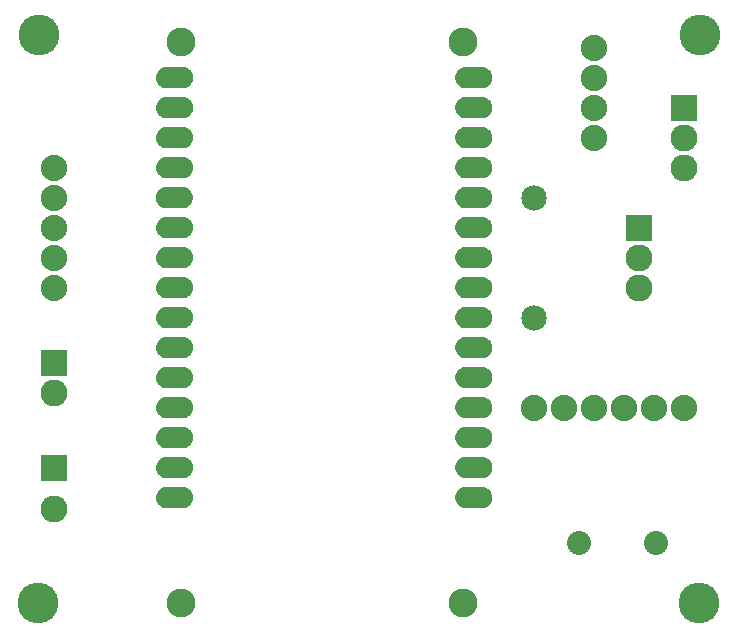
<source format=gts>
G04 MADE WITH FRITZING*
G04 WWW.FRITZING.ORG*
G04 DOUBLE SIDED*
G04 HOLES PLATED*
G04 CONTOUR ON CENTER OF CONTOUR VECTOR*
%ASAXBY*%
%FSLAX23Y23*%
%MOIN*%
%OFA0B0*%
%SFA1.0B1.0*%
%ADD10C,0.090000*%
%ADD11C,0.096614*%
%ADD12C,0.135984*%
%ADD13C,0.085000*%
%ADD14C,0.062000*%
%ADD15C,0.088000*%
%ADD16C,0.080000*%
%ADD17R,0.090000X0.090000*%
%ADD18R,0.001000X0.001000*%
%LNMASK1*%
G90*
G70*
G54D10*
X130Y878D03*
X130Y778D03*
X130Y528D03*
X130Y391D03*
G54D11*
X1493Y78D03*
X552Y78D03*
X1493Y1948D03*
X551Y1948D03*
G54D12*
X75Y77D03*
X2280Y78D03*
X79Y1970D03*
X2282Y1971D03*
G54D13*
X1730Y1028D03*
X1730Y1428D03*
G54D10*
X2230Y1728D03*
X2230Y1628D03*
X2230Y1528D03*
X2080Y1328D03*
X2080Y1228D03*
X2080Y1128D03*
G54D14*
X1530Y428D03*
X1530Y528D03*
X1530Y628D03*
X1530Y728D03*
X1530Y828D03*
X1530Y928D03*
X1530Y1028D03*
X1530Y1128D03*
X1530Y1228D03*
X1530Y1328D03*
X1530Y1428D03*
X1530Y1528D03*
X1530Y1628D03*
X1530Y1728D03*
X1530Y1828D03*
X530Y1828D03*
X530Y1728D03*
X530Y1628D03*
X530Y1528D03*
X530Y1428D03*
X530Y1328D03*
X530Y1228D03*
X530Y1128D03*
X530Y1028D03*
X530Y928D03*
X530Y828D03*
X530Y728D03*
X530Y628D03*
X530Y528D03*
X530Y428D03*
G54D15*
X1930Y1928D03*
X1930Y1828D03*
X1930Y1728D03*
X1930Y1628D03*
X2230Y728D03*
X2130Y728D03*
X2030Y728D03*
X1930Y728D03*
X1830Y728D03*
X1730Y728D03*
G54D16*
X2135Y278D03*
X1880Y278D03*
X2135Y278D03*
X1880Y278D03*
G54D15*
X130Y1528D03*
X130Y1428D03*
X130Y1328D03*
X130Y1228D03*
X130Y1128D03*
G54D17*
X130Y878D03*
X130Y528D03*
X2230Y1728D03*
X2080Y1328D03*
G54D18*
X502Y1865D02*
X559Y1865D01*
X1499Y1865D02*
X1557Y1865D01*
X496Y1864D02*
X564Y1864D01*
X1494Y1864D02*
X1562Y1864D01*
X493Y1863D02*
X568Y1863D01*
X1491Y1863D02*
X1565Y1863D01*
X491Y1862D02*
X570Y1862D01*
X1488Y1862D02*
X1568Y1862D01*
X489Y1861D02*
X572Y1861D01*
X1486Y1861D02*
X1570Y1861D01*
X487Y1860D02*
X574Y1860D01*
X1484Y1860D02*
X1572Y1860D01*
X485Y1859D02*
X576Y1859D01*
X1482Y1859D02*
X1573Y1859D01*
X484Y1858D02*
X577Y1858D01*
X1481Y1858D02*
X1575Y1858D01*
X482Y1857D02*
X579Y1857D01*
X1480Y1857D02*
X1576Y1857D01*
X481Y1856D02*
X580Y1856D01*
X1478Y1856D02*
X1577Y1856D01*
X480Y1855D02*
X581Y1855D01*
X1477Y1855D02*
X1578Y1855D01*
X479Y1854D02*
X582Y1854D01*
X1476Y1854D02*
X1579Y1854D01*
X478Y1853D02*
X583Y1853D01*
X1475Y1853D02*
X1580Y1853D01*
X477Y1852D02*
X584Y1852D01*
X1475Y1852D02*
X1581Y1852D01*
X476Y1851D02*
X584Y1851D01*
X1474Y1851D02*
X1582Y1851D01*
X476Y1850D02*
X585Y1850D01*
X1473Y1850D02*
X1583Y1850D01*
X475Y1849D02*
X586Y1849D01*
X1472Y1849D02*
X1583Y1849D01*
X474Y1848D02*
X586Y1848D01*
X1472Y1848D02*
X1584Y1848D01*
X474Y1847D02*
X587Y1847D01*
X1471Y1847D02*
X1584Y1847D01*
X473Y1846D02*
X588Y1846D01*
X1471Y1846D02*
X1585Y1846D01*
X473Y1845D02*
X588Y1845D01*
X1470Y1845D02*
X1585Y1845D01*
X472Y1844D02*
X588Y1844D01*
X1470Y1844D02*
X1586Y1844D01*
X472Y1843D02*
X589Y1843D01*
X1469Y1843D02*
X1586Y1843D01*
X472Y1842D02*
X589Y1842D01*
X1469Y1842D02*
X1587Y1842D01*
X471Y1841D02*
X590Y1841D01*
X1469Y1841D02*
X1587Y1841D01*
X471Y1840D02*
X590Y1840D01*
X1468Y1840D02*
X1587Y1840D01*
X471Y1839D02*
X590Y1839D01*
X1468Y1839D02*
X1588Y1839D01*
X470Y1838D02*
X591Y1838D01*
X1468Y1838D02*
X1588Y1838D01*
X470Y1837D02*
X591Y1837D01*
X1467Y1837D02*
X1588Y1837D01*
X470Y1836D02*
X591Y1836D01*
X1467Y1836D02*
X1589Y1836D01*
X470Y1835D02*
X528Y1835D01*
X533Y1835D02*
X591Y1835D01*
X1467Y1835D02*
X1525Y1835D01*
X1529Y1835D02*
X1589Y1835D01*
X469Y1834D02*
X526Y1834D01*
X535Y1834D02*
X591Y1834D01*
X1467Y1834D02*
X1523Y1834D01*
X1531Y1834D02*
X1589Y1834D01*
X469Y1833D02*
X525Y1833D01*
X536Y1833D02*
X592Y1833D01*
X1467Y1833D02*
X1522Y1833D01*
X1532Y1833D02*
X1589Y1833D01*
X469Y1832D02*
X525Y1832D01*
X536Y1832D02*
X592Y1832D01*
X1467Y1832D02*
X1521Y1832D01*
X1533Y1832D02*
X1589Y1832D01*
X469Y1831D02*
X524Y1831D01*
X537Y1831D02*
X592Y1831D01*
X1466Y1831D02*
X1521Y1831D01*
X1534Y1831D02*
X1589Y1831D01*
X469Y1830D02*
X524Y1830D01*
X537Y1830D02*
X592Y1830D01*
X1466Y1830D02*
X1520Y1830D01*
X1534Y1830D02*
X1589Y1830D01*
X469Y1829D02*
X524Y1829D01*
X537Y1829D02*
X592Y1829D01*
X1466Y1829D02*
X1520Y1829D01*
X1534Y1829D02*
X1589Y1829D01*
X469Y1828D02*
X524Y1828D01*
X537Y1828D02*
X592Y1828D01*
X1466Y1828D02*
X1520Y1828D01*
X1534Y1828D02*
X1589Y1828D01*
X469Y1827D02*
X524Y1827D01*
X537Y1827D02*
X592Y1827D01*
X1466Y1827D02*
X1521Y1827D01*
X1533Y1827D02*
X1589Y1827D01*
X469Y1826D02*
X525Y1826D01*
X536Y1826D02*
X592Y1826D01*
X1467Y1826D02*
X1521Y1826D01*
X1533Y1826D02*
X1589Y1826D01*
X469Y1825D02*
X525Y1825D01*
X536Y1825D02*
X592Y1825D01*
X1467Y1825D02*
X1522Y1825D01*
X1532Y1825D02*
X1589Y1825D01*
X469Y1824D02*
X527Y1824D01*
X534Y1824D02*
X591Y1824D01*
X1467Y1824D02*
X1523Y1824D01*
X1531Y1824D02*
X1589Y1824D01*
X470Y1823D02*
X591Y1823D01*
X1467Y1823D02*
X1589Y1823D01*
X470Y1822D02*
X591Y1822D01*
X1467Y1822D02*
X1588Y1822D01*
X470Y1821D02*
X591Y1821D01*
X1467Y1821D02*
X1588Y1821D01*
X470Y1820D02*
X591Y1820D01*
X1468Y1820D02*
X1588Y1820D01*
X471Y1819D02*
X590Y1819D01*
X1468Y1819D02*
X1588Y1819D01*
X471Y1818D02*
X590Y1818D01*
X1468Y1818D02*
X1587Y1818D01*
X471Y1817D02*
X590Y1817D01*
X1469Y1817D02*
X1587Y1817D01*
X472Y1816D02*
X589Y1816D01*
X1469Y1816D02*
X1587Y1816D01*
X472Y1815D02*
X589Y1815D01*
X1470Y1815D02*
X1586Y1815D01*
X473Y1814D02*
X588Y1814D01*
X1470Y1814D02*
X1586Y1814D01*
X473Y1813D02*
X588Y1813D01*
X1470Y1813D02*
X1585Y1813D01*
X474Y1812D02*
X587Y1812D01*
X1471Y1812D02*
X1585Y1812D01*
X474Y1811D02*
X587Y1811D01*
X1472Y1811D02*
X1584Y1811D01*
X475Y1810D02*
X586Y1810D01*
X1472Y1810D02*
X1584Y1810D01*
X475Y1809D02*
X586Y1809D01*
X1473Y1809D02*
X1583Y1809D01*
X476Y1808D02*
X585Y1808D01*
X1473Y1808D02*
X1582Y1808D01*
X477Y1807D02*
X584Y1807D01*
X1474Y1807D02*
X1582Y1807D01*
X478Y1806D02*
X583Y1806D01*
X1475Y1806D02*
X1581Y1806D01*
X478Y1805D02*
X582Y1805D01*
X1476Y1805D02*
X1580Y1805D01*
X479Y1804D02*
X582Y1804D01*
X1477Y1804D02*
X1579Y1804D01*
X480Y1803D02*
X580Y1803D01*
X1478Y1803D02*
X1578Y1803D01*
X482Y1802D02*
X579Y1802D01*
X1479Y1802D02*
X1577Y1802D01*
X483Y1801D02*
X578Y1801D01*
X1480Y1801D02*
X1575Y1801D01*
X484Y1800D02*
X577Y1800D01*
X1482Y1800D02*
X1574Y1800D01*
X486Y1799D02*
X575Y1799D01*
X1483Y1799D02*
X1573Y1799D01*
X487Y1798D02*
X573Y1798D01*
X1485Y1798D02*
X1571Y1798D01*
X489Y1797D02*
X571Y1797D01*
X1487Y1797D02*
X1569Y1797D01*
X492Y1796D02*
X569Y1796D01*
X1489Y1796D02*
X1567Y1796D01*
X494Y1795D02*
X566Y1795D01*
X1492Y1795D02*
X1564Y1795D01*
X498Y1794D02*
X563Y1794D01*
X1496Y1794D02*
X1560Y1794D01*
X501Y1765D02*
X559Y1765D01*
X1499Y1765D02*
X1557Y1765D01*
X496Y1764D02*
X565Y1764D01*
X1494Y1764D02*
X1562Y1764D01*
X493Y1763D02*
X568Y1763D01*
X1490Y1763D02*
X1565Y1763D01*
X491Y1762D02*
X570Y1762D01*
X1488Y1762D02*
X1568Y1762D01*
X488Y1761D02*
X572Y1761D01*
X1486Y1761D02*
X1570Y1761D01*
X487Y1760D02*
X574Y1760D01*
X1484Y1760D02*
X1572Y1760D01*
X485Y1759D02*
X576Y1759D01*
X1482Y1759D02*
X1573Y1759D01*
X483Y1758D02*
X577Y1758D01*
X1481Y1758D02*
X1575Y1758D01*
X482Y1757D02*
X579Y1757D01*
X1480Y1757D02*
X1576Y1757D01*
X481Y1756D02*
X580Y1756D01*
X1478Y1756D02*
X1577Y1756D01*
X480Y1755D02*
X581Y1755D01*
X1477Y1755D02*
X1578Y1755D01*
X479Y1754D02*
X582Y1754D01*
X1476Y1754D02*
X1579Y1754D01*
X478Y1753D02*
X583Y1753D01*
X1475Y1753D02*
X1580Y1753D01*
X477Y1752D02*
X584Y1752D01*
X1475Y1752D02*
X1581Y1752D01*
X476Y1751D02*
X584Y1751D01*
X1474Y1751D02*
X1582Y1751D01*
X476Y1750D02*
X585Y1750D01*
X1473Y1750D02*
X1583Y1750D01*
X475Y1749D02*
X586Y1749D01*
X1472Y1749D02*
X1583Y1749D01*
X474Y1748D02*
X586Y1748D01*
X1472Y1748D02*
X1584Y1748D01*
X474Y1747D02*
X587Y1747D01*
X1471Y1747D02*
X1584Y1747D01*
X473Y1746D02*
X588Y1746D01*
X1471Y1746D02*
X1585Y1746D01*
X473Y1745D02*
X588Y1745D01*
X1470Y1745D02*
X1585Y1745D01*
X472Y1744D02*
X589Y1744D01*
X1470Y1744D02*
X1586Y1744D01*
X472Y1743D02*
X589Y1743D01*
X1469Y1743D02*
X1586Y1743D01*
X472Y1742D02*
X589Y1742D01*
X1469Y1742D02*
X1587Y1742D01*
X471Y1741D02*
X590Y1741D01*
X1469Y1741D02*
X1587Y1741D01*
X471Y1740D02*
X590Y1740D01*
X1468Y1740D02*
X1588Y1740D01*
X470Y1739D02*
X590Y1739D01*
X1468Y1739D02*
X1588Y1739D01*
X470Y1738D02*
X591Y1738D01*
X1468Y1738D02*
X1588Y1738D01*
X470Y1737D02*
X591Y1737D01*
X1467Y1737D02*
X1588Y1737D01*
X470Y1736D02*
X591Y1736D01*
X1467Y1736D02*
X1589Y1736D01*
X470Y1735D02*
X528Y1735D01*
X533Y1735D02*
X591Y1735D01*
X1467Y1735D02*
X1525Y1735D01*
X1529Y1735D02*
X1589Y1735D01*
X469Y1734D02*
X526Y1734D01*
X535Y1734D02*
X591Y1734D01*
X1467Y1734D02*
X1523Y1734D01*
X1531Y1734D02*
X1589Y1734D01*
X469Y1733D02*
X525Y1733D01*
X536Y1733D02*
X592Y1733D01*
X1467Y1733D02*
X1522Y1733D01*
X1532Y1733D02*
X1589Y1733D01*
X469Y1732D02*
X525Y1732D01*
X536Y1732D02*
X592Y1732D01*
X1467Y1732D02*
X1521Y1732D01*
X1533Y1732D02*
X1589Y1732D01*
X469Y1731D02*
X524Y1731D01*
X537Y1731D02*
X592Y1731D01*
X1466Y1731D02*
X1521Y1731D01*
X1534Y1731D02*
X1589Y1731D01*
X469Y1730D02*
X524Y1730D01*
X537Y1730D02*
X592Y1730D01*
X1466Y1730D02*
X1520Y1730D01*
X1534Y1730D02*
X1589Y1730D01*
X469Y1729D02*
X524Y1729D01*
X537Y1729D02*
X592Y1729D01*
X1466Y1729D02*
X1520Y1729D01*
X1534Y1729D02*
X1589Y1729D01*
X469Y1728D02*
X524Y1728D01*
X537Y1728D02*
X592Y1728D01*
X1466Y1728D02*
X1521Y1728D01*
X1534Y1728D02*
X1589Y1728D01*
X469Y1727D02*
X524Y1727D01*
X537Y1727D02*
X592Y1727D01*
X1467Y1727D02*
X1521Y1727D01*
X1533Y1727D02*
X1589Y1727D01*
X469Y1726D02*
X525Y1726D01*
X536Y1726D02*
X592Y1726D01*
X1467Y1726D02*
X1521Y1726D01*
X1533Y1726D02*
X1589Y1726D01*
X469Y1725D02*
X525Y1725D01*
X535Y1725D02*
X592Y1725D01*
X1467Y1725D02*
X1522Y1725D01*
X1532Y1725D02*
X1589Y1725D01*
X469Y1724D02*
X527Y1724D01*
X534Y1724D02*
X591Y1724D01*
X1467Y1724D02*
X1523Y1724D01*
X1531Y1724D02*
X1589Y1724D01*
X470Y1723D02*
X591Y1723D01*
X1467Y1723D02*
X1589Y1723D01*
X470Y1722D02*
X591Y1722D01*
X1467Y1722D02*
X1589Y1722D01*
X470Y1721D02*
X591Y1721D01*
X1468Y1721D02*
X1588Y1721D01*
X470Y1720D02*
X590Y1720D01*
X1468Y1720D02*
X1588Y1720D01*
X471Y1719D02*
X590Y1719D01*
X1468Y1719D02*
X1588Y1719D01*
X471Y1718D02*
X590Y1718D01*
X1468Y1718D02*
X1587Y1718D01*
X471Y1717D02*
X590Y1717D01*
X1469Y1717D02*
X1587Y1717D01*
X472Y1716D02*
X589Y1716D01*
X1469Y1716D02*
X1587Y1716D01*
X472Y1715D02*
X589Y1715D01*
X1470Y1715D02*
X1586Y1715D01*
X473Y1714D02*
X588Y1714D01*
X1470Y1714D02*
X1586Y1714D01*
X473Y1713D02*
X588Y1713D01*
X1470Y1713D02*
X1585Y1713D01*
X474Y1712D02*
X587Y1712D01*
X1471Y1712D02*
X1585Y1712D01*
X474Y1711D02*
X587Y1711D01*
X1472Y1711D02*
X1584Y1711D01*
X475Y1710D02*
X586Y1710D01*
X1472Y1710D02*
X1584Y1710D01*
X475Y1709D02*
X586Y1709D01*
X1473Y1709D02*
X1583Y1709D01*
X476Y1708D02*
X585Y1708D01*
X1473Y1708D02*
X1582Y1708D01*
X477Y1707D02*
X584Y1707D01*
X1474Y1707D02*
X1582Y1707D01*
X478Y1706D02*
X583Y1706D01*
X1475Y1706D02*
X1581Y1706D01*
X478Y1705D02*
X582Y1705D01*
X1476Y1705D02*
X1580Y1705D01*
X479Y1704D02*
X582Y1704D01*
X1477Y1704D02*
X1579Y1704D01*
X480Y1703D02*
X580Y1703D01*
X1478Y1703D02*
X1578Y1703D01*
X482Y1702D02*
X579Y1702D01*
X1479Y1702D02*
X1577Y1702D01*
X483Y1701D02*
X578Y1701D01*
X1480Y1701D02*
X1575Y1701D01*
X484Y1700D02*
X577Y1700D01*
X1482Y1700D02*
X1574Y1700D01*
X486Y1699D02*
X575Y1699D01*
X1483Y1699D02*
X1573Y1699D01*
X487Y1698D02*
X573Y1698D01*
X1485Y1698D02*
X1571Y1698D01*
X490Y1697D02*
X571Y1697D01*
X1487Y1697D02*
X1569Y1697D01*
X492Y1696D02*
X569Y1696D01*
X1489Y1696D02*
X1567Y1696D01*
X495Y1695D02*
X566Y1695D01*
X1492Y1695D02*
X1564Y1695D01*
X498Y1694D02*
X563Y1694D01*
X1496Y1694D02*
X1560Y1694D01*
X501Y1665D02*
X560Y1665D01*
X1498Y1665D02*
X1557Y1665D01*
X496Y1664D02*
X565Y1664D01*
X1494Y1664D02*
X1562Y1664D01*
X493Y1663D02*
X568Y1663D01*
X1490Y1663D02*
X1565Y1663D01*
X490Y1662D02*
X570Y1662D01*
X1488Y1662D02*
X1568Y1662D01*
X488Y1661D02*
X573Y1661D01*
X1486Y1661D02*
X1570Y1661D01*
X487Y1660D02*
X574Y1660D01*
X1484Y1660D02*
X1572Y1660D01*
X485Y1659D02*
X576Y1659D01*
X1482Y1659D02*
X1573Y1659D01*
X483Y1658D02*
X577Y1658D01*
X1481Y1658D02*
X1575Y1658D01*
X482Y1657D02*
X579Y1657D01*
X1479Y1657D02*
X1576Y1657D01*
X481Y1656D02*
X580Y1656D01*
X1478Y1656D02*
X1577Y1656D01*
X480Y1655D02*
X581Y1655D01*
X1477Y1655D02*
X1578Y1655D01*
X479Y1654D02*
X582Y1654D01*
X1476Y1654D02*
X1579Y1654D01*
X478Y1653D02*
X583Y1653D01*
X1475Y1653D02*
X1580Y1653D01*
X477Y1652D02*
X584Y1652D01*
X1475Y1652D02*
X1581Y1652D01*
X476Y1651D02*
X584Y1651D01*
X1474Y1651D02*
X1582Y1651D01*
X476Y1650D02*
X585Y1650D01*
X1473Y1650D02*
X1583Y1650D01*
X475Y1649D02*
X586Y1649D01*
X1472Y1649D02*
X1583Y1649D01*
X474Y1648D02*
X586Y1648D01*
X1472Y1648D02*
X1584Y1648D01*
X474Y1647D02*
X587Y1647D01*
X1471Y1647D02*
X1584Y1647D01*
X473Y1646D02*
X588Y1646D01*
X1471Y1646D02*
X1585Y1646D01*
X473Y1645D02*
X588Y1645D01*
X1470Y1645D02*
X1585Y1645D01*
X472Y1644D02*
X589Y1644D01*
X1470Y1644D02*
X1586Y1644D01*
X472Y1643D02*
X589Y1643D01*
X1469Y1643D02*
X1586Y1643D01*
X472Y1642D02*
X589Y1642D01*
X1469Y1642D02*
X1587Y1642D01*
X471Y1641D02*
X590Y1641D01*
X1469Y1641D02*
X1587Y1641D01*
X471Y1640D02*
X590Y1640D01*
X1468Y1640D02*
X1587Y1640D01*
X470Y1639D02*
X590Y1639D01*
X1468Y1639D02*
X1588Y1639D01*
X470Y1638D02*
X591Y1638D01*
X1468Y1638D02*
X1588Y1638D01*
X470Y1637D02*
X591Y1637D01*
X1467Y1637D02*
X1588Y1637D01*
X470Y1636D02*
X591Y1636D01*
X1467Y1636D02*
X1589Y1636D01*
X470Y1635D02*
X528Y1635D01*
X533Y1635D02*
X591Y1635D01*
X1467Y1635D02*
X1525Y1635D01*
X1530Y1635D02*
X1589Y1635D01*
X469Y1634D02*
X526Y1634D01*
X535Y1634D02*
X591Y1634D01*
X1467Y1634D02*
X1523Y1634D01*
X1531Y1634D02*
X1589Y1634D01*
X469Y1633D02*
X525Y1633D01*
X536Y1633D02*
X592Y1633D01*
X1467Y1633D02*
X1522Y1633D01*
X1532Y1633D02*
X1589Y1633D01*
X469Y1632D02*
X524Y1632D01*
X536Y1632D02*
X592Y1632D01*
X1467Y1632D02*
X1521Y1632D01*
X1533Y1632D02*
X1589Y1632D01*
X469Y1631D02*
X524Y1631D01*
X537Y1631D02*
X592Y1631D01*
X1466Y1631D02*
X1521Y1631D01*
X1534Y1631D02*
X1589Y1631D01*
X469Y1630D02*
X524Y1630D01*
X537Y1630D02*
X592Y1630D01*
X1466Y1630D02*
X1520Y1630D01*
X1534Y1630D02*
X1589Y1630D01*
X469Y1629D02*
X524Y1629D01*
X537Y1629D02*
X592Y1629D01*
X1466Y1629D02*
X1520Y1629D01*
X1534Y1629D02*
X1589Y1629D01*
X469Y1628D02*
X524Y1628D01*
X537Y1628D02*
X592Y1628D01*
X1466Y1628D02*
X1520Y1628D01*
X1534Y1628D02*
X1589Y1628D01*
X469Y1627D02*
X524Y1627D01*
X537Y1627D02*
X592Y1627D01*
X1467Y1627D02*
X1521Y1627D01*
X1533Y1627D02*
X1589Y1627D01*
X469Y1626D02*
X525Y1626D01*
X536Y1626D02*
X592Y1626D01*
X1467Y1626D02*
X1521Y1626D01*
X1533Y1626D02*
X1589Y1626D01*
X469Y1625D02*
X526Y1625D01*
X535Y1625D02*
X592Y1625D01*
X1467Y1625D02*
X1522Y1625D01*
X1532Y1625D02*
X1589Y1625D01*
X469Y1624D02*
X527Y1624D01*
X534Y1624D02*
X591Y1624D01*
X1467Y1624D02*
X1524Y1624D01*
X1531Y1624D02*
X1589Y1624D01*
X470Y1623D02*
X591Y1623D01*
X1467Y1623D02*
X1589Y1623D01*
X470Y1622D02*
X591Y1622D01*
X1467Y1622D02*
X1588Y1622D01*
X470Y1621D02*
X591Y1621D01*
X1468Y1621D02*
X1588Y1621D01*
X470Y1620D02*
X590Y1620D01*
X1468Y1620D02*
X1588Y1620D01*
X471Y1619D02*
X590Y1619D01*
X1468Y1619D02*
X1588Y1619D01*
X471Y1618D02*
X590Y1618D01*
X1468Y1618D02*
X1587Y1618D01*
X471Y1617D02*
X589Y1617D01*
X1469Y1617D02*
X1587Y1617D01*
X472Y1616D02*
X589Y1616D01*
X1469Y1616D02*
X1587Y1616D01*
X472Y1615D02*
X589Y1615D01*
X1470Y1615D02*
X1586Y1615D01*
X473Y1614D02*
X588Y1614D01*
X1470Y1614D02*
X1586Y1614D01*
X473Y1613D02*
X588Y1613D01*
X1470Y1613D02*
X1585Y1613D01*
X474Y1612D02*
X587Y1612D01*
X1471Y1612D02*
X1585Y1612D01*
X474Y1611D02*
X587Y1611D01*
X1472Y1611D02*
X1584Y1611D01*
X475Y1610D02*
X586Y1610D01*
X1472Y1610D02*
X1584Y1610D01*
X475Y1609D02*
X586Y1609D01*
X1473Y1609D02*
X1583Y1609D01*
X476Y1608D02*
X585Y1608D01*
X1473Y1608D02*
X1582Y1608D01*
X477Y1607D02*
X584Y1607D01*
X1474Y1607D02*
X1581Y1607D01*
X478Y1606D02*
X583Y1606D01*
X1475Y1606D02*
X1581Y1606D01*
X478Y1605D02*
X582Y1605D01*
X1476Y1605D02*
X1580Y1605D01*
X479Y1604D02*
X581Y1604D01*
X1477Y1604D02*
X1579Y1604D01*
X480Y1603D02*
X580Y1603D01*
X1478Y1603D02*
X1578Y1603D01*
X482Y1602D02*
X579Y1602D01*
X1479Y1602D02*
X1577Y1602D01*
X483Y1601D02*
X578Y1601D01*
X1480Y1601D02*
X1575Y1601D01*
X484Y1600D02*
X577Y1600D01*
X1482Y1600D02*
X1574Y1600D01*
X486Y1599D02*
X575Y1599D01*
X1483Y1599D02*
X1572Y1599D01*
X488Y1598D02*
X573Y1598D01*
X1485Y1598D02*
X1571Y1598D01*
X490Y1597D02*
X571Y1597D01*
X1487Y1597D02*
X1569Y1597D01*
X492Y1596D02*
X569Y1596D01*
X1489Y1596D02*
X1566Y1596D01*
X495Y1595D02*
X566Y1595D01*
X1492Y1595D02*
X1564Y1595D01*
X499Y1594D02*
X562Y1594D01*
X1496Y1594D02*
X1560Y1594D01*
X501Y1565D02*
X560Y1565D01*
X1498Y1565D02*
X1557Y1565D01*
X496Y1564D02*
X565Y1564D01*
X1493Y1564D02*
X1562Y1564D01*
X493Y1563D02*
X568Y1563D01*
X1490Y1563D02*
X1565Y1563D01*
X490Y1562D02*
X570Y1562D01*
X1488Y1562D02*
X1568Y1562D01*
X488Y1561D02*
X573Y1561D01*
X1486Y1561D02*
X1570Y1561D01*
X486Y1560D02*
X574Y1560D01*
X1484Y1560D02*
X1572Y1560D01*
X485Y1559D02*
X576Y1559D01*
X1482Y1559D02*
X1573Y1559D01*
X483Y1558D02*
X577Y1558D01*
X1481Y1558D02*
X1575Y1558D01*
X482Y1557D02*
X579Y1557D01*
X1479Y1557D02*
X1576Y1557D01*
X481Y1556D02*
X580Y1556D01*
X1478Y1556D02*
X1577Y1556D01*
X480Y1555D02*
X581Y1555D01*
X1477Y1555D02*
X1579Y1555D01*
X479Y1554D02*
X582Y1554D01*
X1476Y1554D02*
X1580Y1554D01*
X478Y1553D02*
X583Y1553D01*
X1475Y1553D02*
X1580Y1553D01*
X477Y1552D02*
X584Y1552D01*
X1475Y1552D02*
X1581Y1552D01*
X476Y1551D02*
X585Y1551D01*
X1474Y1551D02*
X1582Y1551D01*
X476Y1550D02*
X585Y1550D01*
X1473Y1550D02*
X1583Y1550D01*
X475Y1549D02*
X586Y1549D01*
X1472Y1549D02*
X1583Y1549D01*
X474Y1548D02*
X586Y1548D01*
X1472Y1548D02*
X1584Y1548D01*
X474Y1547D02*
X587Y1547D01*
X1471Y1547D02*
X1585Y1547D01*
X473Y1546D02*
X588Y1546D01*
X1471Y1546D02*
X1585Y1546D01*
X473Y1545D02*
X588Y1545D01*
X1470Y1545D02*
X1586Y1545D01*
X472Y1544D02*
X589Y1544D01*
X1470Y1544D02*
X1586Y1544D01*
X472Y1543D02*
X589Y1543D01*
X1469Y1543D02*
X1586Y1543D01*
X472Y1542D02*
X589Y1542D01*
X1469Y1542D02*
X1587Y1542D01*
X471Y1541D02*
X590Y1541D01*
X1469Y1541D02*
X1587Y1541D01*
X471Y1540D02*
X590Y1540D01*
X1468Y1540D02*
X1588Y1540D01*
X470Y1539D02*
X590Y1539D01*
X1468Y1539D02*
X1588Y1539D01*
X470Y1538D02*
X591Y1538D01*
X1468Y1538D02*
X1588Y1538D01*
X470Y1537D02*
X591Y1537D01*
X1467Y1537D02*
X1588Y1537D01*
X470Y1536D02*
X591Y1536D01*
X1467Y1536D02*
X1589Y1536D01*
X470Y1535D02*
X528Y1535D01*
X533Y1535D02*
X591Y1535D01*
X1467Y1535D02*
X1524Y1535D01*
X1530Y1535D02*
X1589Y1535D01*
X469Y1534D02*
X526Y1534D01*
X535Y1534D02*
X591Y1534D01*
X1467Y1534D02*
X1523Y1534D01*
X1532Y1534D02*
X1589Y1534D01*
X469Y1533D02*
X525Y1533D01*
X536Y1533D02*
X592Y1533D01*
X1467Y1533D02*
X1522Y1533D01*
X1533Y1533D02*
X1589Y1533D01*
X469Y1532D02*
X524Y1532D01*
X537Y1532D02*
X592Y1532D01*
X1467Y1532D02*
X1521Y1532D01*
X1533Y1532D02*
X1589Y1532D01*
X469Y1531D02*
X524Y1531D01*
X537Y1531D02*
X592Y1531D01*
X1466Y1531D02*
X1521Y1531D01*
X1534Y1531D02*
X1589Y1531D01*
X469Y1530D02*
X524Y1530D01*
X537Y1530D02*
X592Y1530D01*
X1466Y1530D02*
X1520Y1530D01*
X1534Y1530D02*
X1589Y1530D01*
X469Y1529D02*
X524Y1529D01*
X537Y1529D02*
X592Y1529D01*
X1466Y1529D02*
X1520Y1529D01*
X1534Y1529D02*
X1589Y1529D01*
X469Y1528D02*
X524Y1528D01*
X537Y1528D02*
X592Y1528D01*
X1466Y1528D02*
X1520Y1528D01*
X1534Y1528D02*
X1589Y1528D01*
X469Y1527D02*
X524Y1527D01*
X537Y1527D02*
X592Y1527D01*
X1467Y1527D02*
X1521Y1527D01*
X1533Y1527D02*
X1589Y1527D01*
X469Y1526D02*
X525Y1526D01*
X536Y1526D02*
X592Y1526D01*
X1467Y1526D02*
X1521Y1526D01*
X1533Y1526D02*
X1589Y1526D01*
X469Y1525D02*
X525Y1525D01*
X536Y1525D02*
X592Y1525D01*
X1467Y1525D02*
X1522Y1525D01*
X1532Y1525D02*
X1589Y1525D01*
X469Y1524D02*
X527Y1524D01*
X534Y1524D02*
X591Y1524D01*
X1467Y1524D02*
X1523Y1524D01*
X1531Y1524D02*
X1589Y1524D01*
X470Y1523D02*
X591Y1523D01*
X1467Y1523D02*
X1589Y1523D01*
X470Y1522D02*
X591Y1522D01*
X1467Y1522D02*
X1588Y1522D01*
X470Y1521D02*
X591Y1521D01*
X1468Y1521D02*
X1588Y1521D01*
X470Y1520D02*
X590Y1520D01*
X1468Y1520D02*
X1588Y1520D01*
X471Y1519D02*
X590Y1519D01*
X1468Y1519D02*
X1588Y1519D01*
X471Y1518D02*
X590Y1518D01*
X1468Y1518D02*
X1587Y1518D01*
X471Y1517D02*
X589Y1517D01*
X1469Y1517D02*
X1587Y1517D01*
X472Y1516D02*
X589Y1516D01*
X1469Y1516D02*
X1587Y1516D01*
X472Y1515D02*
X589Y1515D01*
X1470Y1515D02*
X1586Y1515D01*
X473Y1514D02*
X588Y1514D01*
X1470Y1514D02*
X1586Y1514D01*
X473Y1513D02*
X588Y1513D01*
X1471Y1513D02*
X1585Y1513D01*
X474Y1512D02*
X587Y1512D01*
X1471Y1512D02*
X1585Y1512D01*
X474Y1511D02*
X587Y1511D01*
X1472Y1511D02*
X1584Y1511D01*
X475Y1510D02*
X586Y1510D01*
X1472Y1510D02*
X1584Y1510D01*
X475Y1509D02*
X585Y1509D01*
X1473Y1509D02*
X1583Y1509D01*
X476Y1508D02*
X585Y1508D01*
X1474Y1508D02*
X1582Y1508D01*
X477Y1507D02*
X584Y1507D01*
X1474Y1507D02*
X1581Y1507D01*
X478Y1506D02*
X583Y1506D01*
X1475Y1506D02*
X1581Y1506D01*
X479Y1505D02*
X582Y1505D01*
X1476Y1505D02*
X1580Y1505D01*
X479Y1504D02*
X581Y1504D01*
X1477Y1504D02*
X1579Y1504D01*
X481Y1503D02*
X580Y1503D01*
X1478Y1503D02*
X1578Y1503D01*
X482Y1502D02*
X579Y1502D01*
X1479Y1502D02*
X1577Y1502D01*
X483Y1501D02*
X578Y1501D01*
X1480Y1501D02*
X1575Y1501D01*
X484Y1500D02*
X577Y1500D01*
X1482Y1500D02*
X1574Y1500D01*
X486Y1499D02*
X575Y1499D01*
X1483Y1499D02*
X1572Y1499D01*
X488Y1498D02*
X573Y1498D01*
X1485Y1498D02*
X1571Y1498D01*
X490Y1497D02*
X571Y1497D01*
X1487Y1497D02*
X1569Y1497D01*
X492Y1496D02*
X569Y1496D01*
X1489Y1496D02*
X1566Y1496D01*
X495Y1495D02*
X566Y1495D01*
X1492Y1495D02*
X1564Y1495D01*
X499Y1494D02*
X562Y1494D01*
X1496Y1494D02*
X1560Y1494D01*
X500Y1465D02*
X559Y1465D01*
X1498Y1465D02*
X1558Y1465D01*
X495Y1464D02*
X564Y1464D01*
X1493Y1464D02*
X1562Y1464D01*
X492Y1463D02*
X567Y1463D01*
X1490Y1463D02*
X1565Y1463D01*
X489Y1462D02*
X570Y1462D01*
X1488Y1462D02*
X1568Y1462D01*
X487Y1461D02*
X572Y1461D01*
X1486Y1461D02*
X1570Y1461D01*
X485Y1460D02*
X573Y1460D01*
X1484Y1460D02*
X1572Y1460D01*
X484Y1459D02*
X575Y1459D01*
X1482Y1459D02*
X1573Y1459D01*
X482Y1458D02*
X576Y1458D01*
X1481Y1458D02*
X1575Y1458D01*
X481Y1457D02*
X578Y1457D01*
X1479Y1457D02*
X1576Y1457D01*
X480Y1456D02*
X579Y1456D01*
X1478Y1456D02*
X1577Y1456D01*
X479Y1455D02*
X580Y1455D01*
X1477Y1455D02*
X1579Y1455D01*
X478Y1454D02*
X581Y1454D01*
X1476Y1454D02*
X1579Y1454D01*
X477Y1453D02*
X582Y1453D01*
X1475Y1453D02*
X1580Y1453D01*
X476Y1452D02*
X583Y1452D01*
X1474Y1452D02*
X1581Y1452D01*
X475Y1451D02*
X584Y1451D01*
X1474Y1451D02*
X1582Y1451D01*
X475Y1450D02*
X584Y1450D01*
X1473Y1450D02*
X1583Y1450D01*
X474Y1449D02*
X585Y1449D01*
X1472Y1449D02*
X1583Y1449D01*
X473Y1448D02*
X585Y1448D01*
X1472Y1448D02*
X1584Y1448D01*
X473Y1447D02*
X586Y1447D01*
X1471Y1447D02*
X1584Y1447D01*
X472Y1446D02*
X587Y1446D01*
X1471Y1446D02*
X1585Y1446D01*
X472Y1445D02*
X587Y1445D01*
X1470Y1445D02*
X1585Y1445D01*
X471Y1444D02*
X588Y1444D01*
X1470Y1444D02*
X1586Y1444D01*
X471Y1443D02*
X588Y1443D01*
X1469Y1443D02*
X1586Y1443D01*
X470Y1442D02*
X588Y1442D01*
X1469Y1442D02*
X1587Y1442D01*
X470Y1441D02*
X589Y1441D01*
X1469Y1441D02*
X1587Y1441D01*
X470Y1440D02*
X589Y1440D01*
X1468Y1440D02*
X1588Y1440D01*
X469Y1439D02*
X589Y1439D01*
X1468Y1439D02*
X1588Y1439D01*
X469Y1438D02*
X590Y1438D01*
X1468Y1438D02*
X1588Y1438D01*
X469Y1437D02*
X590Y1437D01*
X1467Y1437D02*
X1588Y1437D01*
X469Y1436D02*
X590Y1436D01*
X1467Y1436D02*
X1589Y1436D01*
X469Y1435D02*
X527Y1435D01*
X532Y1435D02*
X590Y1435D01*
X1467Y1435D02*
X1524Y1435D01*
X1530Y1435D02*
X1589Y1435D01*
X468Y1434D02*
X525Y1434D01*
X534Y1434D02*
X590Y1434D01*
X1467Y1434D02*
X1523Y1434D01*
X1531Y1434D02*
X1589Y1434D01*
X468Y1433D02*
X524Y1433D01*
X535Y1433D02*
X591Y1433D01*
X1467Y1433D02*
X1522Y1433D01*
X1532Y1433D02*
X1589Y1433D01*
X468Y1432D02*
X523Y1432D01*
X535Y1432D02*
X591Y1432D01*
X1467Y1432D02*
X1521Y1432D01*
X1533Y1432D02*
X1589Y1432D01*
X468Y1431D02*
X523Y1431D01*
X536Y1431D02*
X591Y1431D01*
X1466Y1431D02*
X1521Y1431D01*
X1533Y1431D02*
X1589Y1431D01*
X468Y1430D02*
X523Y1430D01*
X536Y1430D02*
X591Y1430D01*
X1466Y1430D02*
X1521Y1430D01*
X1534Y1430D02*
X1589Y1430D01*
X468Y1429D02*
X523Y1429D01*
X536Y1429D02*
X591Y1429D01*
X1466Y1429D02*
X1521Y1429D01*
X1534Y1429D02*
X1589Y1429D01*
X468Y1428D02*
X523Y1428D01*
X536Y1428D02*
X591Y1428D01*
X1466Y1428D02*
X1521Y1428D01*
X1534Y1428D02*
X1589Y1428D01*
X468Y1427D02*
X523Y1427D01*
X536Y1427D02*
X591Y1427D01*
X1467Y1427D02*
X1521Y1427D01*
X1533Y1427D02*
X1589Y1427D01*
X468Y1426D02*
X524Y1426D01*
X535Y1426D02*
X591Y1426D01*
X1467Y1426D02*
X1522Y1426D01*
X1533Y1426D02*
X1589Y1426D01*
X468Y1425D02*
X525Y1425D01*
X534Y1425D02*
X591Y1425D01*
X1467Y1425D02*
X1522Y1425D01*
X1532Y1425D02*
X1589Y1425D01*
X468Y1424D02*
X526Y1424D01*
X533Y1424D02*
X590Y1424D01*
X1467Y1424D02*
X1524Y1424D01*
X1530Y1424D02*
X1589Y1424D01*
X469Y1423D02*
X590Y1423D01*
X1467Y1423D02*
X1589Y1423D01*
X469Y1422D02*
X590Y1422D01*
X1467Y1422D02*
X1588Y1422D01*
X469Y1421D02*
X590Y1421D01*
X1468Y1421D02*
X1588Y1421D01*
X469Y1420D02*
X589Y1420D01*
X1468Y1420D02*
X1588Y1420D01*
X470Y1419D02*
X589Y1419D01*
X1468Y1419D02*
X1588Y1419D01*
X470Y1418D02*
X589Y1418D01*
X1468Y1418D02*
X1587Y1418D01*
X470Y1417D02*
X588Y1417D01*
X1469Y1417D02*
X1587Y1417D01*
X471Y1416D02*
X588Y1416D01*
X1469Y1416D02*
X1587Y1416D01*
X471Y1415D02*
X588Y1415D01*
X1470Y1415D02*
X1586Y1415D01*
X472Y1414D02*
X587Y1414D01*
X1470Y1414D02*
X1586Y1414D01*
X472Y1413D02*
X587Y1413D01*
X1471Y1413D02*
X1585Y1413D01*
X473Y1412D02*
X586Y1412D01*
X1471Y1412D02*
X1585Y1412D01*
X473Y1411D02*
X586Y1411D01*
X1472Y1411D02*
X1584Y1411D01*
X474Y1410D02*
X585Y1410D01*
X1472Y1410D02*
X1583Y1410D01*
X474Y1409D02*
X584Y1409D01*
X1473Y1409D02*
X1583Y1409D01*
X475Y1408D02*
X584Y1408D01*
X1474Y1408D02*
X1582Y1408D01*
X476Y1407D02*
X583Y1407D01*
X1474Y1407D02*
X1581Y1407D01*
X477Y1406D02*
X582Y1406D01*
X1475Y1406D02*
X1581Y1406D01*
X478Y1405D02*
X581Y1405D01*
X1476Y1405D02*
X1580Y1405D01*
X478Y1404D02*
X580Y1404D01*
X1477Y1404D02*
X1579Y1404D01*
X480Y1403D02*
X579Y1403D01*
X1478Y1403D02*
X1578Y1403D01*
X481Y1402D02*
X578Y1402D01*
X1479Y1402D02*
X1577Y1402D01*
X482Y1401D02*
X577Y1401D01*
X1480Y1401D02*
X1575Y1401D01*
X483Y1400D02*
X576Y1400D01*
X1482Y1400D02*
X1574Y1400D01*
X485Y1399D02*
X574Y1399D01*
X1483Y1399D02*
X1572Y1399D01*
X487Y1398D02*
X572Y1398D01*
X1485Y1398D02*
X1571Y1398D01*
X489Y1397D02*
X570Y1397D01*
X1487Y1397D02*
X1569Y1397D01*
X491Y1396D02*
X568Y1396D01*
X1489Y1396D02*
X1566Y1396D01*
X494Y1395D02*
X565Y1395D01*
X1492Y1395D02*
X1563Y1395D01*
X498Y1394D02*
X561Y1394D01*
X1496Y1394D02*
X1559Y1394D01*
X500Y1365D02*
X560Y1365D01*
X1498Y1365D02*
X1558Y1365D01*
X496Y1364D02*
X565Y1364D01*
X1493Y1364D02*
X1562Y1364D01*
X493Y1363D02*
X568Y1363D01*
X1490Y1363D02*
X1566Y1363D01*
X490Y1362D02*
X571Y1362D01*
X1488Y1362D02*
X1568Y1362D01*
X488Y1361D02*
X573Y1361D01*
X1486Y1361D02*
X1570Y1361D01*
X486Y1360D02*
X574Y1360D01*
X1484Y1360D02*
X1572Y1360D01*
X485Y1359D02*
X576Y1359D01*
X1482Y1359D02*
X1574Y1359D01*
X483Y1358D02*
X578Y1358D01*
X1481Y1358D02*
X1575Y1358D01*
X482Y1357D02*
X579Y1357D01*
X1479Y1357D02*
X1576Y1357D01*
X481Y1356D02*
X580Y1356D01*
X1478Y1356D02*
X1577Y1356D01*
X480Y1355D02*
X581Y1355D01*
X1477Y1355D02*
X1579Y1355D01*
X479Y1354D02*
X582Y1354D01*
X1476Y1354D02*
X1580Y1354D01*
X478Y1353D02*
X583Y1353D01*
X1475Y1353D02*
X1580Y1353D01*
X477Y1352D02*
X584Y1352D01*
X1474Y1352D02*
X1581Y1352D01*
X476Y1351D02*
X585Y1351D01*
X1474Y1351D02*
X1582Y1351D01*
X476Y1350D02*
X585Y1350D01*
X1473Y1350D02*
X1583Y1350D01*
X475Y1349D02*
X586Y1349D01*
X1472Y1349D02*
X1583Y1349D01*
X474Y1348D02*
X587Y1348D01*
X1472Y1348D02*
X1584Y1348D01*
X474Y1347D02*
X587Y1347D01*
X1471Y1347D02*
X1584Y1347D01*
X473Y1346D02*
X588Y1346D01*
X1471Y1346D02*
X1585Y1346D01*
X473Y1345D02*
X588Y1345D01*
X1470Y1345D02*
X1585Y1345D01*
X472Y1344D02*
X589Y1344D01*
X1470Y1344D02*
X1586Y1344D01*
X472Y1343D02*
X589Y1343D01*
X1469Y1343D02*
X1586Y1343D01*
X471Y1342D02*
X589Y1342D01*
X1469Y1342D02*
X1587Y1342D01*
X471Y1341D02*
X590Y1341D01*
X1469Y1341D02*
X1587Y1341D01*
X471Y1340D02*
X590Y1340D01*
X1468Y1340D02*
X1588Y1340D01*
X470Y1339D02*
X590Y1339D01*
X1468Y1339D02*
X1588Y1339D01*
X470Y1338D02*
X591Y1338D01*
X1468Y1338D02*
X1588Y1338D01*
X470Y1337D02*
X591Y1337D01*
X1467Y1337D02*
X1588Y1337D01*
X470Y1336D02*
X591Y1336D01*
X1467Y1336D02*
X1589Y1336D01*
X470Y1335D02*
X528Y1335D01*
X533Y1335D02*
X591Y1335D01*
X1467Y1335D02*
X1524Y1335D01*
X1530Y1335D02*
X1589Y1335D01*
X469Y1334D02*
X526Y1334D01*
X535Y1334D02*
X592Y1334D01*
X1467Y1334D02*
X1523Y1334D01*
X1531Y1334D02*
X1589Y1334D01*
X469Y1333D02*
X525Y1333D01*
X536Y1333D02*
X592Y1333D01*
X1467Y1333D02*
X1522Y1333D01*
X1532Y1333D02*
X1589Y1333D01*
X469Y1332D02*
X524Y1332D01*
X536Y1332D02*
X592Y1332D01*
X1467Y1332D02*
X1521Y1332D01*
X1533Y1332D02*
X1589Y1332D01*
X469Y1331D02*
X524Y1331D01*
X537Y1331D02*
X592Y1331D01*
X1466Y1331D02*
X1521Y1331D01*
X1533Y1331D02*
X1589Y1331D01*
X469Y1330D02*
X524Y1330D01*
X537Y1330D02*
X592Y1330D01*
X1466Y1330D02*
X1521Y1330D01*
X1534Y1330D02*
X1589Y1330D01*
X469Y1329D02*
X524Y1329D01*
X537Y1329D02*
X592Y1329D01*
X1466Y1329D02*
X1521Y1329D01*
X1534Y1329D02*
X1589Y1329D01*
X469Y1328D02*
X524Y1328D01*
X537Y1328D02*
X592Y1328D01*
X1466Y1328D02*
X1521Y1328D01*
X1534Y1328D02*
X1589Y1328D01*
X469Y1327D02*
X524Y1327D01*
X537Y1327D02*
X592Y1327D01*
X1467Y1327D02*
X1521Y1327D01*
X1533Y1327D02*
X1589Y1327D01*
X469Y1326D02*
X525Y1326D01*
X536Y1326D02*
X592Y1326D01*
X1467Y1326D02*
X1522Y1326D01*
X1533Y1326D02*
X1589Y1326D01*
X469Y1325D02*
X526Y1325D01*
X535Y1325D02*
X592Y1325D01*
X1467Y1325D02*
X1523Y1325D01*
X1532Y1325D02*
X1589Y1325D01*
X469Y1324D02*
X527Y1324D01*
X534Y1324D02*
X591Y1324D01*
X1467Y1324D02*
X1524Y1324D01*
X1530Y1324D02*
X1589Y1324D01*
X470Y1323D02*
X591Y1323D01*
X1467Y1323D02*
X1589Y1323D01*
X470Y1322D02*
X591Y1322D01*
X1467Y1322D02*
X1588Y1322D01*
X470Y1321D02*
X591Y1321D01*
X1468Y1321D02*
X1588Y1321D01*
X470Y1320D02*
X590Y1320D01*
X1468Y1320D02*
X1588Y1320D01*
X471Y1319D02*
X590Y1319D01*
X1468Y1319D02*
X1588Y1319D01*
X471Y1318D02*
X590Y1318D01*
X1468Y1318D02*
X1587Y1318D01*
X471Y1317D02*
X589Y1317D01*
X1469Y1317D02*
X1587Y1317D01*
X472Y1316D02*
X589Y1316D01*
X1469Y1316D02*
X1586Y1316D01*
X472Y1315D02*
X589Y1315D01*
X1470Y1315D02*
X1586Y1315D01*
X473Y1314D02*
X588Y1314D01*
X1470Y1314D02*
X1586Y1314D01*
X473Y1313D02*
X588Y1313D01*
X1471Y1313D02*
X1585Y1313D01*
X474Y1312D02*
X587Y1312D01*
X1471Y1312D02*
X1585Y1312D01*
X474Y1311D02*
X587Y1311D01*
X1472Y1311D02*
X1584Y1311D01*
X475Y1310D02*
X586Y1310D01*
X1472Y1310D02*
X1583Y1310D01*
X475Y1309D02*
X585Y1309D01*
X1473Y1309D02*
X1583Y1309D01*
X476Y1308D02*
X585Y1308D01*
X1474Y1308D02*
X1582Y1308D01*
X477Y1307D02*
X584Y1307D01*
X1474Y1307D02*
X1581Y1307D01*
X478Y1306D02*
X583Y1306D01*
X1475Y1306D02*
X1581Y1306D01*
X479Y1305D02*
X582Y1305D01*
X1476Y1305D02*
X1580Y1305D01*
X479Y1304D02*
X581Y1304D01*
X1477Y1304D02*
X1579Y1304D01*
X481Y1303D02*
X580Y1303D01*
X1478Y1303D02*
X1578Y1303D01*
X482Y1302D02*
X579Y1302D01*
X1479Y1302D02*
X1577Y1302D01*
X483Y1301D02*
X578Y1301D01*
X1480Y1301D02*
X1575Y1301D01*
X484Y1300D02*
X576Y1300D01*
X1482Y1300D02*
X1574Y1300D01*
X486Y1299D02*
X575Y1299D01*
X1483Y1299D02*
X1572Y1299D01*
X488Y1298D02*
X573Y1298D01*
X1485Y1298D02*
X1571Y1298D01*
X490Y1297D02*
X571Y1297D01*
X1487Y1297D02*
X1568Y1297D01*
X492Y1296D02*
X569Y1296D01*
X1490Y1296D02*
X1566Y1296D01*
X495Y1295D02*
X566Y1295D01*
X1492Y1295D02*
X1563Y1295D01*
X499Y1294D02*
X562Y1294D01*
X1497Y1294D02*
X1559Y1294D01*
X500Y1265D02*
X561Y1265D01*
X1498Y1265D02*
X1558Y1265D01*
X496Y1264D02*
X565Y1264D01*
X1493Y1264D02*
X1563Y1264D01*
X493Y1263D02*
X568Y1263D01*
X1490Y1263D02*
X1566Y1263D01*
X490Y1262D02*
X571Y1262D01*
X1488Y1262D02*
X1568Y1262D01*
X488Y1261D02*
X573Y1261D01*
X1485Y1261D02*
X1570Y1261D01*
X486Y1260D02*
X575Y1260D01*
X1484Y1260D02*
X1572Y1260D01*
X485Y1259D02*
X576Y1259D01*
X1482Y1259D02*
X1574Y1259D01*
X483Y1258D02*
X578Y1258D01*
X1481Y1258D02*
X1575Y1258D01*
X482Y1257D02*
X579Y1257D01*
X1479Y1257D02*
X1576Y1257D01*
X481Y1256D02*
X580Y1256D01*
X1478Y1256D02*
X1577Y1256D01*
X480Y1255D02*
X581Y1255D01*
X1477Y1255D02*
X1579Y1255D01*
X479Y1254D02*
X582Y1254D01*
X1476Y1254D02*
X1580Y1254D01*
X478Y1253D02*
X583Y1253D01*
X1475Y1253D02*
X1580Y1253D01*
X477Y1252D02*
X584Y1252D01*
X1474Y1252D02*
X1581Y1252D01*
X476Y1251D02*
X585Y1251D01*
X1474Y1251D02*
X1582Y1251D01*
X476Y1250D02*
X585Y1250D01*
X1473Y1250D02*
X1583Y1250D01*
X475Y1249D02*
X586Y1249D01*
X1472Y1249D02*
X1583Y1249D01*
X474Y1248D02*
X587Y1248D01*
X1472Y1248D02*
X1584Y1248D01*
X474Y1247D02*
X587Y1247D01*
X1471Y1247D02*
X1585Y1247D01*
X473Y1246D02*
X588Y1246D01*
X1471Y1246D02*
X1585Y1246D01*
X473Y1245D02*
X588Y1245D01*
X1470Y1245D02*
X1586Y1245D01*
X472Y1244D02*
X589Y1244D01*
X1470Y1244D02*
X1586Y1244D01*
X472Y1243D02*
X589Y1243D01*
X1469Y1243D02*
X1586Y1243D01*
X471Y1242D02*
X589Y1242D01*
X1469Y1242D02*
X1587Y1242D01*
X471Y1241D02*
X590Y1241D01*
X1469Y1241D02*
X1587Y1241D01*
X471Y1240D02*
X590Y1240D01*
X1468Y1240D02*
X1588Y1240D01*
X470Y1239D02*
X590Y1239D01*
X1468Y1239D02*
X1588Y1239D01*
X470Y1238D02*
X591Y1238D01*
X1468Y1238D02*
X1588Y1238D01*
X470Y1237D02*
X591Y1237D01*
X1467Y1237D02*
X1588Y1237D01*
X470Y1236D02*
X591Y1236D01*
X1467Y1236D02*
X1589Y1236D01*
X470Y1235D02*
X528Y1235D01*
X533Y1235D02*
X591Y1235D01*
X1467Y1235D02*
X1524Y1235D01*
X1530Y1235D02*
X1589Y1235D01*
X469Y1234D02*
X526Y1234D01*
X535Y1234D02*
X592Y1234D01*
X1467Y1234D02*
X1523Y1234D01*
X1531Y1234D02*
X1589Y1234D01*
X469Y1233D02*
X525Y1233D01*
X536Y1233D02*
X592Y1233D01*
X1467Y1233D02*
X1522Y1233D01*
X1532Y1233D02*
X1589Y1233D01*
X469Y1232D02*
X524Y1232D01*
X536Y1232D02*
X592Y1232D01*
X1467Y1232D02*
X1521Y1232D01*
X1533Y1232D02*
X1589Y1232D01*
X469Y1231D02*
X524Y1231D01*
X537Y1231D02*
X592Y1231D01*
X1466Y1231D02*
X1521Y1231D01*
X1533Y1231D02*
X1589Y1231D01*
X469Y1230D02*
X524Y1230D01*
X537Y1230D02*
X592Y1230D01*
X1466Y1230D02*
X1521Y1230D01*
X1534Y1230D02*
X1589Y1230D01*
X469Y1229D02*
X524Y1229D01*
X537Y1229D02*
X592Y1229D01*
X1466Y1229D02*
X1521Y1229D01*
X1534Y1229D02*
X1589Y1229D01*
X469Y1228D02*
X524Y1228D01*
X537Y1228D02*
X592Y1228D01*
X1466Y1228D02*
X1521Y1228D01*
X1534Y1228D02*
X1589Y1228D01*
X469Y1227D02*
X524Y1227D01*
X537Y1227D02*
X592Y1227D01*
X1467Y1227D02*
X1521Y1227D01*
X1533Y1227D02*
X1589Y1227D01*
X469Y1226D02*
X525Y1226D01*
X536Y1226D02*
X592Y1226D01*
X1467Y1226D02*
X1522Y1226D01*
X1533Y1226D02*
X1589Y1226D01*
X469Y1225D02*
X526Y1225D01*
X535Y1225D02*
X592Y1225D01*
X1467Y1225D02*
X1523Y1225D01*
X1532Y1225D02*
X1589Y1225D01*
X470Y1224D02*
X527Y1224D01*
X534Y1224D02*
X591Y1224D01*
X1467Y1224D02*
X1524Y1224D01*
X1530Y1224D02*
X1589Y1224D01*
X470Y1223D02*
X591Y1223D01*
X1467Y1223D02*
X1589Y1223D01*
X470Y1222D02*
X591Y1222D01*
X1467Y1222D02*
X1588Y1222D01*
X470Y1221D02*
X591Y1221D01*
X1468Y1221D02*
X1588Y1221D01*
X470Y1220D02*
X590Y1220D01*
X1468Y1220D02*
X1588Y1220D01*
X471Y1219D02*
X590Y1219D01*
X1468Y1219D02*
X1588Y1219D01*
X471Y1218D02*
X590Y1218D01*
X1468Y1218D02*
X1587Y1218D01*
X471Y1217D02*
X589Y1217D01*
X1469Y1217D02*
X1587Y1217D01*
X472Y1216D02*
X589Y1216D01*
X1469Y1216D02*
X1586Y1216D01*
X472Y1215D02*
X589Y1215D01*
X1470Y1215D02*
X1586Y1215D01*
X473Y1214D02*
X588Y1214D01*
X1470Y1214D02*
X1586Y1214D01*
X473Y1213D02*
X588Y1213D01*
X1471Y1213D02*
X1585Y1213D01*
X474Y1212D02*
X587Y1212D01*
X1471Y1212D02*
X1585Y1212D01*
X474Y1211D02*
X587Y1211D01*
X1472Y1211D02*
X1584Y1211D01*
X475Y1210D02*
X586Y1210D01*
X1472Y1210D02*
X1583Y1210D01*
X475Y1209D02*
X585Y1209D01*
X1473Y1209D02*
X1583Y1209D01*
X476Y1208D02*
X585Y1208D01*
X1474Y1208D02*
X1582Y1208D01*
X477Y1207D02*
X584Y1207D01*
X1474Y1207D02*
X1581Y1207D01*
X478Y1206D02*
X583Y1206D01*
X1475Y1206D02*
X1581Y1206D01*
X479Y1205D02*
X582Y1205D01*
X1476Y1205D02*
X1580Y1205D01*
X480Y1204D02*
X581Y1204D01*
X1477Y1204D02*
X1579Y1204D01*
X481Y1203D02*
X580Y1203D01*
X1478Y1203D02*
X1578Y1203D01*
X482Y1202D02*
X579Y1202D01*
X1479Y1202D02*
X1577Y1202D01*
X483Y1201D02*
X578Y1201D01*
X1480Y1201D02*
X1575Y1201D01*
X484Y1200D02*
X576Y1200D01*
X1482Y1200D02*
X1574Y1200D01*
X486Y1199D02*
X575Y1199D01*
X1483Y1199D02*
X1572Y1199D01*
X488Y1198D02*
X573Y1198D01*
X1485Y1198D02*
X1570Y1198D01*
X490Y1197D02*
X571Y1197D01*
X1487Y1197D02*
X1568Y1197D01*
X492Y1196D02*
X569Y1196D01*
X1490Y1196D02*
X1566Y1196D01*
X495Y1195D02*
X566Y1195D01*
X1493Y1195D02*
X1563Y1195D01*
X499Y1194D02*
X562Y1194D01*
X1497Y1194D02*
X1559Y1194D01*
X500Y1165D02*
X561Y1165D01*
X1498Y1165D02*
X1558Y1165D01*
X496Y1164D02*
X565Y1164D01*
X1493Y1164D02*
X1563Y1164D01*
X493Y1163D02*
X568Y1163D01*
X1490Y1163D02*
X1566Y1163D01*
X490Y1162D02*
X571Y1162D01*
X1488Y1162D02*
X1568Y1162D01*
X488Y1161D02*
X573Y1161D01*
X1485Y1161D02*
X1570Y1161D01*
X486Y1160D02*
X575Y1160D01*
X1484Y1160D02*
X1572Y1160D01*
X485Y1159D02*
X576Y1159D01*
X1482Y1159D02*
X1574Y1159D01*
X483Y1158D02*
X578Y1158D01*
X1481Y1158D02*
X1575Y1158D01*
X482Y1157D02*
X579Y1157D01*
X1479Y1157D02*
X1576Y1157D01*
X481Y1156D02*
X580Y1156D01*
X1478Y1156D02*
X1578Y1156D01*
X480Y1155D02*
X581Y1155D01*
X1477Y1155D02*
X1579Y1155D01*
X479Y1154D02*
X582Y1154D01*
X1476Y1154D02*
X1580Y1154D01*
X478Y1153D02*
X583Y1153D01*
X1475Y1153D02*
X1580Y1153D01*
X477Y1152D02*
X584Y1152D01*
X1474Y1152D02*
X1581Y1152D01*
X476Y1151D02*
X585Y1151D01*
X1474Y1151D02*
X1582Y1151D01*
X476Y1150D02*
X585Y1150D01*
X1473Y1150D02*
X1583Y1150D01*
X475Y1149D02*
X586Y1149D01*
X1472Y1149D02*
X1583Y1149D01*
X474Y1148D02*
X587Y1148D01*
X1472Y1148D02*
X1584Y1148D01*
X474Y1147D02*
X587Y1147D01*
X1471Y1147D02*
X1585Y1147D01*
X473Y1146D02*
X588Y1146D01*
X1471Y1146D02*
X1585Y1146D01*
X473Y1145D02*
X588Y1145D01*
X1470Y1145D02*
X1586Y1145D01*
X472Y1144D02*
X589Y1144D01*
X1470Y1144D02*
X1586Y1144D01*
X472Y1143D02*
X589Y1143D01*
X1469Y1143D02*
X1587Y1143D01*
X471Y1142D02*
X589Y1142D01*
X1469Y1142D02*
X1587Y1142D01*
X471Y1141D02*
X590Y1141D01*
X1469Y1141D02*
X1587Y1141D01*
X471Y1140D02*
X590Y1140D01*
X1468Y1140D02*
X1588Y1140D01*
X470Y1139D02*
X590Y1139D01*
X1468Y1139D02*
X1588Y1139D01*
X470Y1138D02*
X591Y1138D01*
X1468Y1138D02*
X1588Y1138D01*
X470Y1137D02*
X591Y1137D01*
X1467Y1137D02*
X1588Y1137D01*
X470Y1136D02*
X591Y1136D01*
X1467Y1136D02*
X1589Y1136D01*
X470Y1135D02*
X528Y1135D01*
X533Y1135D02*
X591Y1135D01*
X1467Y1135D02*
X1524Y1135D01*
X1530Y1135D02*
X1589Y1135D01*
X469Y1134D02*
X526Y1134D01*
X535Y1134D02*
X592Y1134D01*
X1467Y1134D02*
X1523Y1134D01*
X1532Y1134D02*
X1589Y1134D01*
X469Y1133D02*
X525Y1133D01*
X536Y1133D02*
X592Y1133D01*
X1467Y1133D02*
X1522Y1133D01*
X1532Y1133D02*
X1589Y1133D01*
X469Y1132D02*
X525Y1132D01*
X536Y1132D02*
X592Y1132D01*
X1467Y1132D02*
X1521Y1132D01*
X1533Y1132D02*
X1589Y1132D01*
X469Y1131D02*
X524Y1131D01*
X537Y1131D02*
X592Y1131D01*
X1466Y1131D02*
X1521Y1131D01*
X1533Y1131D02*
X1589Y1131D01*
X469Y1130D02*
X524Y1130D01*
X537Y1130D02*
X592Y1130D01*
X1466Y1130D02*
X1521Y1130D01*
X1534Y1130D02*
X1589Y1130D01*
X469Y1129D02*
X524Y1129D01*
X537Y1129D02*
X592Y1129D01*
X1466Y1129D02*
X1521Y1129D01*
X1534Y1129D02*
X1589Y1129D01*
X469Y1128D02*
X524Y1128D01*
X537Y1128D02*
X592Y1128D01*
X1466Y1128D02*
X1521Y1128D01*
X1534Y1128D02*
X1589Y1128D01*
X469Y1127D02*
X524Y1127D01*
X536Y1127D02*
X592Y1127D01*
X1467Y1127D02*
X1521Y1127D01*
X1533Y1127D02*
X1589Y1127D01*
X469Y1126D02*
X525Y1126D01*
X536Y1126D02*
X592Y1126D01*
X1467Y1126D02*
X1522Y1126D01*
X1533Y1126D02*
X1589Y1126D01*
X469Y1125D02*
X526Y1125D01*
X535Y1125D02*
X592Y1125D01*
X1467Y1125D02*
X1522Y1125D01*
X1532Y1125D02*
X1589Y1125D01*
X470Y1124D02*
X527Y1124D01*
X534Y1124D02*
X591Y1124D01*
X1467Y1124D02*
X1524Y1124D01*
X1530Y1124D02*
X1589Y1124D01*
X470Y1123D02*
X591Y1123D01*
X1467Y1123D02*
X1589Y1123D01*
X470Y1122D02*
X591Y1122D01*
X1467Y1122D02*
X1588Y1122D01*
X470Y1121D02*
X591Y1121D01*
X1468Y1121D02*
X1588Y1121D01*
X470Y1120D02*
X590Y1120D01*
X1468Y1120D02*
X1588Y1120D01*
X471Y1119D02*
X590Y1119D01*
X1468Y1119D02*
X1588Y1119D01*
X471Y1118D02*
X590Y1118D01*
X1468Y1118D02*
X1587Y1118D01*
X471Y1117D02*
X589Y1117D01*
X1469Y1117D02*
X1587Y1117D01*
X472Y1116D02*
X589Y1116D01*
X1469Y1116D02*
X1587Y1116D01*
X472Y1115D02*
X589Y1115D01*
X1470Y1115D02*
X1586Y1115D01*
X473Y1114D02*
X588Y1114D01*
X1470Y1114D02*
X1586Y1114D01*
X473Y1113D02*
X588Y1113D01*
X1471Y1113D02*
X1585Y1113D01*
X474Y1112D02*
X587Y1112D01*
X1471Y1112D02*
X1585Y1112D01*
X474Y1111D02*
X587Y1111D01*
X1472Y1111D02*
X1584Y1111D01*
X475Y1110D02*
X586Y1110D01*
X1472Y1110D02*
X1583Y1110D01*
X475Y1109D02*
X585Y1109D01*
X1473Y1109D02*
X1583Y1109D01*
X476Y1108D02*
X585Y1108D01*
X1474Y1108D02*
X1582Y1108D01*
X477Y1107D02*
X584Y1107D01*
X1474Y1107D02*
X1581Y1107D01*
X478Y1106D02*
X583Y1106D01*
X1475Y1106D02*
X1581Y1106D01*
X479Y1105D02*
X582Y1105D01*
X1476Y1105D02*
X1580Y1105D01*
X480Y1104D02*
X581Y1104D01*
X1477Y1104D02*
X1579Y1104D01*
X481Y1103D02*
X580Y1103D01*
X1478Y1103D02*
X1578Y1103D01*
X482Y1102D02*
X579Y1102D01*
X1479Y1102D02*
X1577Y1102D01*
X483Y1101D02*
X578Y1101D01*
X1481Y1101D02*
X1575Y1101D01*
X484Y1100D02*
X576Y1100D01*
X1482Y1100D02*
X1574Y1100D01*
X486Y1099D02*
X575Y1099D01*
X1484Y1099D02*
X1572Y1099D01*
X488Y1098D02*
X573Y1098D01*
X1485Y1098D02*
X1570Y1098D01*
X490Y1097D02*
X571Y1097D01*
X1487Y1097D02*
X1568Y1097D01*
X492Y1096D02*
X569Y1096D01*
X1490Y1096D02*
X1566Y1096D01*
X495Y1095D02*
X566Y1095D01*
X1493Y1095D02*
X1563Y1095D01*
X500Y1094D02*
X561Y1094D01*
X1497Y1094D02*
X1559Y1094D01*
X500Y1065D02*
X561Y1065D01*
X1497Y1065D02*
X1558Y1065D01*
X495Y1064D02*
X565Y1064D01*
X1493Y1064D02*
X1563Y1064D01*
X492Y1063D02*
X568Y1063D01*
X1490Y1063D02*
X1566Y1063D01*
X490Y1062D02*
X571Y1062D01*
X1487Y1062D02*
X1568Y1062D01*
X488Y1061D02*
X573Y1061D01*
X1485Y1061D02*
X1570Y1061D01*
X486Y1060D02*
X575Y1060D01*
X1484Y1060D02*
X1572Y1060D01*
X485Y1059D02*
X576Y1059D01*
X1482Y1059D02*
X1574Y1059D01*
X483Y1058D02*
X578Y1058D01*
X1481Y1058D02*
X1575Y1058D01*
X482Y1057D02*
X579Y1057D01*
X1479Y1057D02*
X1576Y1057D01*
X481Y1056D02*
X580Y1056D01*
X1478Y1056D02*
X1578Y1056D01*
X480Y1055D02*
X581Y1055D01*
X1477Y1055D02*
X1579Y1055D01*
X479Y1054D02*
X582Y1054D01*
X1476Y1054D02*
X1580Y1054D01*
X478Y1053D02*
X583Y1053D01*
X1475Y1053D02*
X1580Y1053D01*
X477Y1052D02*
X584Y1052D01*
X1474Y1052D02*
X1581Y1052D01*
X476Y1051D02*
X585Y1051D01*
X1474Y1051D02*
X1582Y1051D01*
X476Y1050D02*
X585Y1050D01*
X1473Y1050D02*
X1583Y1050D01*
X475Y1049D02*
X586Y1049D01*
X1472Y1049D02*
X1583Y1049D01*
X474Y1048D02*
X587Y1048D01*
X1472Y1048D02*
X1584Y1048D01*
X474Y1047D02*
X587Y1047D01*
X1471Y1047D02*
X1585Y1047D01*
X473Y1046D02*
X588Y1046D01*
X1471Y1046D02*
X1585Y1046D01*
X473Y1045D02*
X588Y1045D01*
X1470Y1045D02*
X1586Y1045D01*
X472Y1044D02*
X589Y1044D01*
X1470Y1044D02*
X1586Y1044D01*
X472Y1043D02*
X589Y1043D01*
X1469Y1043D02*
X1586Y1043D01*
X471Y1042D02*
X589Y1042D01*
X1469Y1042D02*
X1587Y1042D01*
X471Y1041D02*
X590Y1041D01*
X1468Y1041D02*
X1587Y1041D01*
X471Y1040D02*
X590Y1040D01*
X1468Y1040D02*
X1588Y1040D01*
X470Y1039D02*
X590Y1039D01*
X1468Y1039D02*
X1588Y1039D01*
X470Y1038D02*
X591Y1038D01*
X1468Y1038D02*
X1588Y1038D01*
X470Y1037D02*
X591Y1037D01*
X1467Y1037D02*
X1588Y1037D01*
X470Y1036D02*
X591Y1036D01*
X1467Y1036D02*
X1589Y1036D01*
X470Y1035D02*
X528Y1035D01*
X533Y1035D02*
X591Y1035D01*
X1467Y1035D02*
X1524Y1035D01*
X1530Y1035D02*
X1589Y1035D01*
X469Y1034D02*
X526Y1034D01*
X535Y1034D02*
X592Y1034D01*
X1467Y1034D02*
X1523Y1034D01*
X1531Y1034D02*
X1589Y1034D01*
X469Y1033D02*
X525Y1033D01*
X536Y1033D02*
X592Y1033D01*
X1467Y1033D02*
X1522Y1033D01*
X1532Y1033D02*
X1589Y1033D01*
X469Y1032D02*
X524Y1032D01*
X537Y1032D02*
X592Y1032D01*
X1467Y1032D02*
X1521Y1032D01*
X1533Y1032D02*
X1589Y1032D01*
X469Y1031D02*
X524Y1031D01*
X537Y1031D02*
X592Y1031D01*
X1466Y1031D02*
X1521Y1031D01*
X1533Y1031D02*
X1589Y1031D01*
X469Y1030D02*
X524Y1030D01*
X537Y1030D02*
X592Y1030D01*
X1466Y1030D02*
X1521Y1030D01*
X1534Y1030D02*
X1589Y1030D01*
X469Y1029D02*
X524Y1029D01*
X537Y1029D02*
X592Y1029D01*
X1466Y1029D02*
X1521Y1029D01*
X1534Y1029D02*
X1589Y1029D01*
X469Y1028D02*
X524Y1028D01*
X537Y1028D02*
X592Y1028D01*
X1466Y1028D02*
X1521Y1028D01*
X1533Y1028D02*
X1589Y1028D01*
X469Y1027D02*
X524Y1027D01*
X537Y1027D02*
X592Y1027D01*
X1467Y1027D02*
X1521Y1027D01*
X1533Y1027D02*
X1589Y1027D01*
X469Y1026D02*
X525Y1026D01*
X536Y1026D02*
X592Y1026D01*
X1467Y1026D02*
X1522Y1026D01*
X1532Y1026D02*
X1589Y1026D01*
X469Y1025D02*
X526Y1025D01*
X535Y1025D02*
X592Y1025D01*
X1467Y1025D02*
X1523Y1025D01*
X1532Y1025D02*
X1589Y1025D01*
X469Y1024D02*
X527Y1024D01*
X534Y1024D02*
X591Y1024D01*
X1467Y1024D02*
X1524Y1024D01*
X1530Y1024D02*
X1589Y1024D01*
X470Y1023D02*
X591Y1023D01*
X1467Y1023D02*
X1589Y1023D01*
X470Y1022D02*
X591Y1022D01*
X1467Y1022D02*
X1588Y1022D01*
X470Y1021D02*
X591Y1021D01*
X1468Y1021D02*
X1588Y1021D01*
X470Y1020D02*
X590Y1020D01*
X1468Y1020D02*
X1588Y1020D01*
X471Y1019D02*
X590Y1019D01*
X1468Y1019D02*
X1588Y1019D01*
X471Y1018D02*
X590Y1018D01*
X1468Y1018D02*
X1587Y1018D01*
X471Y1017D02*
X589Y1017D01*
X1469Y1017D02*
X1587Y1017D01*
X472Y1016D02*
X589Y1016D01*
X1469Y1016D02*
X1586Y1016D01*
X472Y1015D02*
X589Y1015D01*
X1470Y1015D02*
X1586Y1015D01*
X473Y1014D02*
X588Y1014D01*
X1470Y1014D02*
X1586Y1014D01*
X473Y1013D02*
X588Y1013D01*
X1471Y1013D02*
X1585Y1013D01*
X474Y1012D02*
X587Y1012D01*
X1471Y1012D02*
X1585Y1012D01*
X474Y1011D02*
X587Y1011D01*
X1472Y1011D02*
X1584Y1011D01*
X475Y1010D02*
X586Y1010D01*
X1472Y1010D02*
X1583Y1010D01*
X476Y1009D02*
X585Y1009D01*
X1473Y1009D02*
X1583Y1009D01*
X476Y1008D02*
X585Y1008D01*
X1474Y1008D02*
X1582Y1008D01*
X477Y1007D02*
X584Y1007D01*
X1474Y1007D02*
X1581Y1007D01*
X478Y1006D02*
X583Y1006D01*
X1475Y1006D02*
X1581Y1006D01*
X479Y1005D02*
X582Y1005D01*
X1476Y1005D02*
X1580Y1005D01*
X480Y1004D02*
X581Y1004D01*
X1477Y1004D02*
X1579Y1004D01*
X481Y1003D02*
X580Y1003D01*
X1478Y1003D02*
X1578Y1003D01*
X482Y1002D02*
X579Y1002D01*
X1479Y1002D02*
X1576Y1002D01*
X483Y1001D02*
X578Y1001D01*
X1481Y1001D02*
X1575Y1001D01*
X485Y1000D02*
X576Y1000D01*
X1482Y1000D02*
X1574Y1000D01*
X486Y999D02*
X575Y999D01*
X1484Y999D02*
X1572Y999D01*
X488Y998D02*
X573Y998D01*
X1485Y998D02*
X1570Y998D01*
X490Y997D02*
X571Y997D01*
X1487Y997D02*
X1568Y997D01*
X492Y996D02*
X568Y996D01*
X1490Y996D02*
X1566Y996D01*
X495Y995D02*
X565Y995D01*
X1493Y995D02*
X1563Y995D01*
X500Y994D02*
X561Y994D01*
X1497Y994D02*
X1559Y994D01*
X500Y965D02*
X561Y965D01*
X1497Y965D02*
X1559Y965D01*
X495Y964D02*
X566Y964D01*
X1493Y964D02*
X1563Y964D01*
X492Y963D02*
X569Y963D01*
X1490Y963D02*
X1566Y963D01*
X490Y962D02*
X571Y962D01*
X1487Y962D02*
X1568Y962D01*
X488Y961D02*
X573Y961D01*
X1485Y961D02*
X1570Y961D01*
X486Y960D02*
X575Y960D01*
X1484Y960D02*
X1572Y960D01*
X485Y959D02*
X576Y959D01*
X1482Y959D02*
X1574Y959D01*
X483Y958D02*
X578Y958D01*
X1481Y958D02*
X1575Y958D01*
X482Y957D02*
X579Y957D01*
X1479Y957D02*
X1576Y957D01*
X481Y956D02*
X580Y956D01*
X1478Y956D02*
X1578Y956D01*
X480Y955D02*
X581Y955D01*
X1477Y955D02*
X1579Y955D01*
X479Y954D02*
X582Y954D01*
X1476Y954D02*
X1580Y954D01*
X478Y953D02*
X583Y953D01*
X1475Y953D02*
X1581Y953D01*
X477Y952D02*
X584Y952D01*
X1474Y952D02*
X1581Y952D01*
X476Y951D02*
X585Y951D01*
X1474Y951D02*
X1582Y951D01*
X475Y950D02*
X585Y950D01*
X1473Y950D02*
X1583Y950D01*
X475Y949D02*
X586Y949D01*
X1472Y949D02*
X1583Y949D01*
X474Y948D02*
X587Y948D01*
X1472Y948D02*
X1584Y948D01*
X474Y947D02*
X587Y947D01*
X1471Y947D02*
X1585Y947D01*
X473Y946D02*
X588Y946D01*
X1471Y946D02*
X1585Y946D01*
X473Y945D02*
X588Y945D01*
X1470Y945D02*
X1586Y945D01*
X472Y944D02*
X589Y944D01*
X1470Y944D02*
X1586Y944D01*
X472Y943D02*
X589Y943D01*
X1469Y943D02*
X1586Y943D01*
X471Y942D02*
X589Y942D01*
X1469Y942D02*
X1587Y942D01*
X471Y941D02*
X590Y941D01*
X1468Y941D02*
X1587Y941D01*
X471Y940D02*
X590Y940D01*
X1468Y940D02*
X1588Y940D01*
X470Y939D02*
X590Y939D01*
X1468Y939D02*
X1588Y939D01*
X470Y938D02*
X591Y938D01*
X1468Y938D02*
X1588Y938D01*
X470Y937D02*
X591Y937D01*
X1467Y937D02*
X1588Y937D01*
X470Y936D02*
X591Y936D01*
X1467Y936D02*
X1589Y936D01*
X469Y935D02*
X527Y935D01*
X534Y935D02*
X591Y935D01*
X1467Y935D02*
X1524Y935D01*
X1530Y935D02*
X1589Y935D01*
X469Y934D02*
X526Y934D01*
X535Y934D02*
X592Y934D01*
X1467Y934D02*
X1523Y934D01*
X1531Y934D02*
X1589Y934D01*
X469Y933D02*
X525Y933D01*
X536Y933D02*
X592Y933D01*
X1467Y933D02*
X1522Y933D01*
X1532Y933D02*
X1589Y933D01*
X469Y932D02*
X524Y932D01*
X537Y932D02*
X592Y932D01*
X1467Y932D02*
X1521Y932D01*
X1533Y932D02*
X1589Y932D01*
X469Y931D02*
X524Y931D01*
X537Y931D02*
X592Y931D01*
X1466Y931D02*
X1521Y931D01*
X1533Y931D02*
X1589Y931D01*
X469Y930D02*
X524Y930D01*
X537Y930D02*
X592Y930D01*
X1466Y930D02*
X1521Y930D01*
X1534Y930D02*
X1589Y930D01*
X469Y929D02*
X524Y929D01*
X537Y929D02*
X592Y929D01*
X1466Y929D02*
X1521Y929D01*
X1534Y929D02*
X1589Y929D01*
X469Y928D02*
X524Y928D01*
X537Y928D02*
X592Y928D01*
X1466Y928D02*
X1521Y928D01*
X1533Y928D02*
X1589Y928D01*
X469Y927D02*
X524Y927D01*
X537Y927D02*
X592Y927D01*
X1467Y927D02*
X1521Y927D01*
X1533Y927D02*
X1589Y927D01*
X469Y926D02*
X525Y926D01*
X536Y926D02*
X592Y926D01*
X1467Y926D02*
X1522Y926D01*
X1532Y926D02*
X1589Y926D01*
X469Y925D02*
X526Y925D01*
X535Y925D02*
X592Y925D01*
X1467Y925D02*
X1523Y925D01*
X1532Y925D02*
X1589Y925D01*
X470Y924D02*
X527Y924D01*
X534Y924D02*
X592Y924D01*
X1467Y924D02*
X1524Y924D01*
X1530Y924D02*
X1589Y924D01*
X470Y923D02*
X592Y923D01*
X1467Y923D02*
X1589Y923D01*
X470Y922D02*
X592Y922D01*
X1467Y922D02*
X1588Y922D01*
X470Y921D02*
X592Y921D01*
X1468Y921D02*
X1588Y921D01*
X470Y920D02*
X592Y920D01*
X1468Y920D02*
X1588Y920D01*
X471Y919D02*
X590Y919D01*
X1468Y919D02*
X1588Y919D01*
X471Y918D02*
X590Y918D01*
X1468Y918D02*
X1587Y918D01*
X471Y917D02*
X589Y917D01*
X1469Y917D02*
X1587Y917D01*
X472Y916D02*
X589Y916D01*
X1469Y916D02*
X1586Y916D01*
X472Y915D02*
X589Y915D01*
X1470Y915D02*
X1586Y915D01*
X473Y914D02*
X588Y914D01*
X1470Y914D02*
X1586Y914D01*
X473Y913D02*
X588Y913D01*
X1471Y913D02*
X1585Y913D01*
X474Y912D02*
X587Y912D01*
X1471Y912D02*
X1585Y912D01*
X474Y911D02*
X587Y911D01*
X1472Y911D02*
X1584Y911D01*
X475Y910D02*
X586Y910D01*
X1472Y910D02*
X1583Y910D01*
X476Y909D02*
X585Y909D01*
X1473Y909D02*
X1583Y909D01*
X476Y908D02*
X585Y908D01*
X1474Y908D02*
X1582Y908D01*
X477Y907D02*
X584Y907D01*
X1474Y907D02*
X1581Y907D01*
X478Y906D02*
X583Y906D01*
X1475Y906D02*
X1580Y906D01*
X479Y905D02*
X582Y905D01*
X1476Y905D02*
X1580Y905D01*
X480Y904D02*
X581Y904D01*
X1477Y904D02*
X1579Y904D01*
X481Y903D02*
X580Y903D01*
X1478Y903D02*
X1578Y903D01*
X482Y902D02*
X579Y902D01*
X1479Y902D02*
X1576Y902D01*
X483Y901D02*
X578Y901D01*
X1481Y901D02*
X1575Y901D01*
X485Y900D02*
X576Y900D01*
X1482Y900D02*
X1574Y900D01*
X486Y899D02*
X575Y899D01*
X1484Y899D02*
X1572Y899D01*
X488Y898D02*
X573Y898D01*
X1485Y898D02*
X1570Y898D01*
X490Y897D02*
X571Y897D01*
X1487Y897D02*
X1568Y897D01*
X492Y896D02*
X568Y896D01*
X1490Y896D02*
X1566Y896D01*
X495Y895D02*
X565Y895D01*
X1493Y895D02*
X1563Y895D01*
X500Y894D02*
X561Y894D01*
X1497Y894D02*
X1558Y894D01*
X499Y865D02*
X561Y865D01*
X1497Y865D02*
X1559Y865D01*
X495Y864D02*
X566Y864D01*
X1493Y864D02*
X1563Y864D01*
X492Y863D02*
X569Y863D01*
X1490Y863D02*
X1566Y863D01*
X490Y862D02*
X571Y862D01*
X1487Y862D02*
X1568Y862D01*
X488Y861D02*
X573Y861D01*
X1485Y861D02*
X1571Y861D01*
X486Y860D02*
X575Y860D01*
X1484Y860D02*
X1572Y860D01*
X484Y859D02*
X576Y859D01*
X1482Y859D02*
X1574Y859D01*
X483Y858D02*
X578Y858D01*
X1480Y858D02*
X1575Y858D01*
X482Y857D02*
X579Y857D01*
X1479Y857D02*
X1577Y857D01*
X481Y856D02*
X580Y856D01*
X1478Y856D02*
X1578Y856D01*
X480Y855D02*
X581Y855D01*
X1477Y855D02*
X1579Y855D01*
X479Y854D02*
X582Y854D01*
X1476Y854D02*
X1580Y854D01*
X478Y853D02*
X583Y853D01*
X1475Y853D02*
X1581Y853D01*
X477Y852D02*
X584Y852D01*
X1474Y852D02*
X1581Y852D01*
X476Y851D02*
X585Y851D01*
X1474Y851D02*
X1582Y851D01*
X475Y850D02*
X585Y850D01*
X1473Y850D02*
X1583Y850D01*
X475Y849D02*
X586Y849D01*
X1472Y849D02*
X1583Y849D01*
X474Y848D02*
X587Y848D01*
X1472Y848D02*
X1584Y848D01*
X474Y847D02*
X587Y847D01*
X1471Y847D02*
X1585Y847D01*
X473Y846D02*
X588Y846D01*
X1471Y846D02*
X1585Y846D01*
X473Y845D02*
X588Y845D01*
X1470Y845D02*
X1586Y845D01*
X472Y844D02*
X589Y844D01*
X1470Y844D02*
X1586Y844D01*
X472Y843D02*
X589Y843D01*
X1469Y843D02*
X1587Y843D01*
X471Y842D02*
X589Y842D01*
X1469Y842D02*
X1587Y842D01*
X471Y841D02*
X590Y841D01*
X1468Y841D02*
X1587Y841D01*
X471Y840D02*
X590Y840D01*
X1468Y840D02*
X1588Y840D01*
X470Y839D02*
X590Y839D01*
X1468Y839D02*
X1588Y839D01*
X470Y838D02*
X591Y838D01*
X1468Y838D02*
X1588Y838D01*
X470Y837D02*
X591Y837D01*
X1467Y837D02*
X1588Y837D01*
X470Y836D02*
X591Y836D01*
X1467Y836D02*
X1589Y836D01*
X469Y835D02*
X527Y835D01*
X534Y835D02*
X591Y835D01*
X1467Y835D02*
X1524Y835D01*
X1530Y835D02*
X1589Y835D01*
X469Y834D02*
X526Y834D01*
X535Y834D02*
X592Y834D01*
X1467Y834D02*
X1523Y834D01*
X1532Y834D02*
X1589Y834D01*
X469Y833D02*
X525Y833D01*
X536Y833D02*
X592Y833D01*
X1467Y833D02*
X1522Y833D01*
X1532Y833D02*
X1589Y833D01*
X469Y832D02*
X524Y832D01*
X537Y832D02*
X592Y832D01*
X1467Y832D02*
X1521Y832D01*
X1533Y832D02*
X1589Y832D01*
X469Y831D02*
X524Y831D01*
X537Y831D02*
X592Y831D01*
X1466Y831D02*
X1521Y831D01*
X1534Y831D02*
X1589Y831D01*
X469Y830D02*
X524Y830D01*
X537Y830D02*
X592Y830D01*
X1466Y830D02*
X1521Y830D01*
X1534Y830D02*
X1589Y830D01*
X469Y829D02*
X524Y829D01*
X537Y829D02*
X592Y829D01*
X1466Y829D02*
X1521Y829D01*
X1534Y829D02*
X1589Y829D01*
X469Y828D02*
X524Y828D01*
X537Y828D02*
X592Y828D01*
X1466Y828D02*
X1521Y828D01*
X1534Y828D02*
X1589Y828D01*
X469Y827D02*
X524Y827D01*
X537Y827D02*
X592Y827D01*
X1467Y827D02*
X1521Y827D01*
X1533Y827D02*
X1589Y827D01*
X469Y826D02*
X525Y826D01*
X536Y826D02*
X592Y826D01*
X1467Y826D02*
X1522Y826D01*
X1532Y826D02*
X1589Y826D01*
X469Y825D02*
X526Y825D01*
X535Y825D02*
X592Y825D01*
X1467Y825D02*
X1523Y825D01*
X1532Y825D02*
X1589Y825D01*
X470Y824D02*
X527Y824D01*
X534Y824D02*
X592Y824D01*
X1467Y824D02*
X1524Y824D01*
X1530Y824D02*
X1589Y824D01*
X470Y823D02*
X592Y823D01*
X1467Y823D02*
X1589Y823D01*
X470Y822D02*
X592Y822D01*
X1467Y822D02*
X1588Y822D01*
X470Y821D02*
X592Y821D01*
X1468Y821D02*
X1588Y821D01*
X470Y820D02*
X592Y820D01*
X1468Y820D02*
X1588Y820D01*
X471Y819D02*
X590Y819D01*
X1468Y819D02*
X1588Y819D01*
X471Y818D02*
X590Y818D01*
X1469Y818D02*
X1587Y818D01*
X471Y817D02*
X589Y817D01*
X1469Y817D02*
X1587Y817D01*
X472Y816D02*
X589Y816D01*
X1469Y816D02*
X1586Y816D01*
X472Y815D02*
X589Y815D01*
X1470Y815D02*
X1586Y815D01*
X473Y814D02*
X588Y814D01*
X1470Y814D02*
X1586Y814D01*
X473Y813D02*
X588Y813D01*
X1471Y813D02*
X1585Y813D01*
X474Y812D02*
X587Y812D01*
X1471Y812D02*
X1585Y812D01*
X474Y811D02*
X587Y811D01*
X1472Y811D02*
X1584Y811D01*
X475Y810D02*
X586Y810D01*
X1472Y810D02*
X1583Y810D01*
X476Y809D02*
X585Y809D01*
X1473Y809D02*
X1583Y809D01*
X476Y808D02*
X585Y808D01*
X1474Y808D02*
X1582Y808D01*
X477Y807D02*
X584Y807D01*
X1474Y807D02*
X1581Y807D01*
X478Y806D02*
X583Y806D01*
X1475Y806D02*
X1581Y806D01*
X479Y805D02*
X582Y805D01*
X1476Y805D02*
X1580Y805D01*
X480Y804D02*
X581Y804D01*
X1477Y804D02*
X1579Y804D01*
X481Y803D02*
X580Y803D01*
X1478Y803D02*
X1578Y803D01*
X482Y802D02*
X579Y802D01*
X1479Y802D02*
X1576Y802D01*
X483Y801D02*
X578Y801D01*
X1481Y801D02*
X1575Y801D01*
X485Y800D02*
X576Y800D01*
X1482Y800D02*
X1574Y800D01*
X486Y799D02*
X575Y799D01*
X1484Y799D02*
X1572Y799D01*
X488Y798D02*
X573Y798D01*
X1485Y798D02*
X1570Y798D01*
X490Y797D02*
X571Y797D01*
X1488Y797D02*
X1568Y797D01*
X493Y796D02*
X568Y796D01*
X1490Y796D02*
X1566Y796D01*
X496Y795D02*
X565Y795D01*
X1493Y795D02*
X1563Y795D01*
X500Y794D02*
X561Y794D01*
X1498Y794D02*
X1558Y794D01*
X499Y765D02*
X562Y765D01*
X1497Y765D02*
X1559Y765D01*
X495Y764D02*
X566Y764D01*
X1492Y764D02*
X1563Y764D01*
X492Y763D02*
X569Y763D01*
X1490Y763D02*
X1566Y763D01*
X490Y762D02*
X571Y762D01*
X1487Y762D02*
X1568Y762D01*
X488Y761D02*
X573Y761D01*
X1485Y761D02*
X1571Y761D01*
X486Y760D02*
X575Y760D01*
X1483Y760D02*
X1572Y760D01*
X484Y759D02*
X576Y759D01*
X1482Y759D02*
X1574Y759D01*
X483Y758D02*
X578Y758D01*
X1480Y758D02*
X1575Y758D01*
X482Y757D02*
X579Y757D01*
X1479Y757D02*
X1577Y757D01*
X481Y756D02*
X580Y756D01*
X1478Y756D02*
X1578Y756D01*
X479Y755D02*
X581Y755D01*
X1477Y755D02*
X1579Y755D01*
X479Y754D02*
X582Y754D01*
X1476Y754D02*
X1580Y754D01*
X478Y753D02*
X583Y753D01*
X1475Y753D02*
X1581Y753D01*
X477Y752D02*
X584Y752D01*
X1474Y752D02*
X1581Y752D01*
X476Y751D02*
X585Y751D01*
X1474Y751D02*
X1582Y751D01*
X475Y750D02*
X585Y750D01*
X1473Y750D02*
X1583Y750D01*
X475Y749D02*
X586Y749D01*
X1472Y749D02*
X1583Y749D01*
X474Y748D02*
X587Y748D01*
X1472Y748D02*
X1584Y748D01*
X474Y747D02*
X587Y747D01*
X1471Y747D02*
X1585Y747D01*
X473Y746D02*
X588Y746D01*
X1471Y746D02*
X1585Y746D01*
X473Y745D02*
X588Y745D01*
X1470Y745D02*
X1586Y745D01*
X472Y744D02*
X589Y744D01*
X1470Y744D02*
X1586Y744D01*
X472Y743D02*
X589Y743D01*
X1469Y743D02*
X1586Y743D01*
X471Y742D02*
X589Y742D01*
X1469Y742D02*
X1587Y742D01*
X471Y741D02*
X590Y741D01*
X1468Y741D02*
X1587Y741D01*
X471Y740D02*
X590Y740D01*
X1468Y740D02*
X1588Y740D01*
X470Y739D02*
X590Y739D01*
X1468Y739D02*
X1588Y739D01*
X470Y738D02*
X591Y738D01*
X1468Y738D02*
X1588Y738D01*
X470Y737D02*
X591Y737D01*
X1467Y737D02*
X1588Y737D01*
X470Y736D02*
X591Y736D01*
X1467Y736D02*
X1589Y736D01*
X469Y735D02*
X527Y735D01*
X534Y735D02*
X591Y735D01*
X1467Y735D02*
X1524Y735D01*
X1530Y735D02*
X1589Y735D01*
X469Y734D02*
X526Y734D01*
X535Y734D02*
X592Y734D01*
X1467Y734D02*
X1522Y734D01*
X1532Y734D02*
X1589Y734D01*
X469Y733D02*
X525Y733D01*
X536Y733D02*
X592Y733D01*
X1467Y733D02*
X1522Y733D01*
X1533Y733D02*
X1589Y733D01*
X469Y732D02*
X524Y732D01*
X537Y732D02*
X592Y732D01*
X1467Y732D02*
X1521Y732D01*
X1533Y732D02*
X1589Y732D01*
X469Y731D02*
X524Y731D01*
X537Y731D02*
X592Y731D01*
X1466Y731D02*
X1521Y731D01*
X1534Y731D02*
X1589Y731D01*
X469Y730D02*
X524Y730D01*
X537Y730D02*
X592Y730D01*
X1466Y730D02*
X1520Y730D01*
X1534Y730D02*
X1589Y730D01*
X469Y729D02*
X524Y729D01*
X537Y729D02*
X592Y729D01*
X1466Y729D02*
X1520Y729D01*
X1534Y729D02*
X1589Y729D01*
X469Y728D02*
X524Y728D01*
X537Y728D02*
X592Y728D01*
X1466Y728D02*
X1521Y728D01*
X1534Y728D02*
X1589Y728D01*
X469Y727D02*
X524Y727D01*
X537Y727D02*
X592Y727D01*
X1467Y727D02*
X1521Y727D01*
X1533Y727D02*
X1589Y727D01*
X469Y726D02*
X525Y726D01*
X536Y726D02*
X592Y726D01*
X1467Y726D02*
X1522Y726D01*
X1533Y726D02*
X1589Y726D01*
X469Y725D02*
X526Y725D01*
X535Y725D02*
X592Y725D01*
X1467Y725D02*
X1522Y725D01*
X1532Y725D02*
X1589Y725D01*
X470Y724D02*
X528Y724D01*
X533Y724D02*
X592Y724D01*
X1467Y724D02*
X1524Y724D01*
X1530Y724D02*
X1589Y724D01*
X470Y723D02*
X592Y723D01*
X1467Y723D02*
X1589Y723D01*
X470Y722D02*
X592Y722D01*
X1467Y722D02*
X1588Y722D01*
X470Y721D02*
X592Y721D01*
X1468Y721D02*
X1588Y721D01*
X470Y720D02*
X592Y720D01*
X1468Y720D02*
X1588Y720D01*
X471Y719D02*
X590Y719D01*
X1468Y719D02*
X1588Y719D01*
X471Y718D02*
X590Y718D01*
X1469Y718D02*
X1587Y718D01*
X471Y717D02*
X589Y717D01*
X1469Y717D02*
X1587Y717D01*
X472Y716D02*
X589Y716D01*
X1469Y716D02*
X1586Y716D01*
X472Y715D02*
X589Y715D01*
X1470Y715D02*
X1586Y715D01*
X473Y714D02*
X588Y714D01*
X1470Y714D02*
X1586Y714D01*
X473Y713D02*
X588Y713D01*
X1471Y713D02*
X1585Y713D01*
X474Y712D02*
X587Y712D01*
X1471Y712D02*
X1585Y712D01*
X474Y711D02*
X587Y711D01*
X1472Y711D02*
X1584Y711D01*
X475Y710D02*
X586Y710D01*
X1472Y710D02*
X1583Y710D01*
X476Y709D02*
X585Y709D01*
X1473Y709D02*
X1583Y709D01*
X476Y708D02*
X585Y708D01*
X1474Y708D02*
X1582Y708D01*
X477Y707D02*
X584Y707D01*
X1474Y707D02*
X1581Y707D01*
X478Y706D02*
X583Y706D01*
X1475Y706D02*
X1580Y706D01*
X479Y705D02*
X582Y705D01*
X1476Y705D02*
X1580Y705D01*
X480Y704D02*
X581Y704D01*
X1477Y704D02*
X1579Y704D01*
X481Y703D02*
X580Y703D01*
X1478Y703D02*
X1577Y703D01*
X482Y702D02*
X579Y702D01*
X1479Y702D02*
X1576Y702D01*
X483Y701D02*
X578Y701D01*
X1481Y701D02*
X1575Y701D01*
X485Y700D02*
X576Y700D01*
X1482Y700D02*
X1574Y700D01*
X486Y699D02*
X575Y699D01*
X1484Y699D02*
X1572Y699D01*
X488Y698D02*
X573Y698D01*
X1486Y698D02*
X1570Y698D01*
X490Y697D02*
X571Y697D01*
X1488Y697D02*
X1568Y697D01*
X493Y696D02*
X568Y696D01*
X1490Y696D02*
X1566Y696D01*
X496Y695D02*
X565Y695D01*
X1493Y695D02*
X1562Y695D01*
X500Y694D02*
X560Y694D01*
X1498Y694D02*
X1558Y694D01*
X499Y665D02*
X562Y665D01*
X1496Y665D02*
X1559Y665D01*
X495Y664D02*
X566Y664D01*
X1492Y664D02*
X1563Y664D01*
X492Y663D02*
X569Y663D01*
X1490Y663D02*
X1566Y663D01*
X490Y662D02*
X571Y662D01*
X1487Y662D02*
X1569Y662D01*
X488Y661D02*
X573Y661D01*
X1485Y661D02*
X1571Y661D01*
X486Y660D02*
X575Y660D01*
X1483Y660D02*
X1572Y660D01*
X484Y659D02*
X576Y659D01*
X1482Y659D02*
X1574Y659D01*
X483Y658D02*
X578Y658D01*
X1480Y658D02*
X1575Y658D01*
X482Y657D02*
X579Y657D01*
X1479Y657D02*
X1577Y657D01*
X481Y656D02*
X580Y656D01*
X1478Y656D02*
X1578Y656D01*
X479Y655D02*
X581Y655D01*
X1477Y655D02*
X1579Y655D01*
X479Y654D02*
X582Y654D01*
X1476Y654D02*
X1580Y654D01*
X478Y653D02*
X583Y653D01*
X1475Y653D02*
X1581Y653D01*
X477Y652D02*
X584Y652D01*
X1474Y652D02*
X1581Y652D01*
X476Y651D02*
X585Y651D01*
X1474Y651D02*
X1582Y651D01*
X475Y650D02*
X585Y650D01*
X1473Y650D02*
X1583Y650D01*
X475Y649D02*
X586Y649D01*
X1472Y649D02*
X1584Y649D01*
X474Y648D02*
X587Y648D01*
X1472Y648D02*
X1584Y648D01*
X474Y647D02*
X587Y647D01*
X1471Y647D02*
X1585Y647D01*
X473Y646D02*
X588Y646D01*
X1471Y646D02*
X1585Y646D01*
X473Y645D02*
X588Y645D01*
X1470Y645D02*
X1586Y645D01*
X472Y644D02*
X589Y644D01*
X1470Y644D02*
X1586Y644D01*
X472Y643D02*
X589Y643D01*
X1469Y643D02*
X1587Y643D01*
X471Y642D02*
X589Y642D01*
X1469Y642D02*
X1587Y642D01*
X471Y641D02*
X590Y641D01*
X1468Y641D02*
X1587Y641D01*
X471Y640D02*
X590Y640D01*
X1468Y640D02*
X1588Y640D01*
X470Y639D02*
X590Y639D01*
X1468Y639D02*
X1588Y639D01*
X470Y638D02*
X591Y638D01*
X1468Y638D02*
X1588Y638D01*
X470Y637D02*
X591Y637D01*
X1467Y637D02*
X1588Y637D01*
X470Y636D02*
X591Y636D01*
X1467Y636D02*
X1589Y636D01*
X469Y635D02*
X527Y635D01*
X534Y635D02*
X591Y635D01*
X1467Y635D02*
X1524Y635D01*
X1530Y635D02*
X1589Y635D01*
X469Y634D02*
X526Y634D01*
X535Y634D02*
X592Y634D01*
X1467Y634D02*
X1522Y634D01*
X1532Y634D02*
X1589Y634D01*
X469Y633D02*
X525Y633D01*
X536Y633D02*
X592Y633D01*
X1467Y633D02*
X1522Y633D01*
X1533Y633D02*
X1589Y633D01*
X469Y632D02*
X524Y632D01*
X537Y632D02*
X592Y632D01*
X1467Y632D02*
X1521Y632D01*
X1533Y632D02*
X1589Y632D01*
X469Y631D02*
X524Y631D01*
X537Y631D02*
X592Y631D01*
X1466Y631D02*
X1521Y631D01*
X1534Y631D02*
X1589Y631D01*
X469Y630D02*
X524Y630D01*
X537Y630D02*
X592Y630D01*
X1466Y630D02*
X1520Y630D01*
X1534Y630D02*
X1589Y630D01*
X469Y629D02*
X524Y629D01*
X537Y629D02*
X592Y629D01*
X1466Y629D02*
X1520Y629D01*
X1534Y629D02*
X1589Y629D01*
X469Y628D02*
X524Y628D01*
X537Y628D02*
X592Y628D01*
X1466Y628D02*
X1521Y628D01*
X1534Y628D02*
X1589Y628D01*
X469Y627D02*
X524Y627D01*
X537Y627D02*
X592Y627D01*
X1467Y627D02*
X1521Y627D01*
X1533Y627D02*
X1589Y627D01*
X469Y626D02*
X525Y626D01*
X536Y626D02*
X592Y626D01*
X1467Y626D02*
X1522Y626D01*
X1533Y626D02*
X1589Y626D01*
X469Y625D02*
X526Y625D01*
X535Y625D02*
X592Y625D01*
X1467Y625D02*
X1523Y625D01*
X1532Y625D02*
X1589Y625D01*
X470Y624D02*
X528Y624D01*
X533Y624D02*
X592Y624D01*
X1467Y624D02*
X1524Y624D01*
X1530Y624D02*
X1589Y624D01*
X470Y623D02*
X592Y623D01*
X1467Y623D02*
X1589Y623D01*
X470Y622D02*
X592Y622D01*
X1467Y622D02*
X1588Y622D01*
X470Y621D02*
X592Y621D01*
X1468Y621D02*
X1588Y621D01*
X470Y620D02*
X592Y620D01*
X1468Y620D02*
X1588Y620D01*
X471Y619D02*
X590Y619D01*
X1468Y619D02*
X1588Y619D01*
X471Y618D02*
X590Y618D01*
X1469Y618D02*
X1587Y618D01*
X471Y617D02*
X589Y617D01*
X1469Y617D02*
X1587Y617D01*
X472Y616D02*
X589Y616D01*
X1469Y616D02*
X1586Y616D01*
X472Y615D02*
X589Y615D01*
X1470Y615D02*
X1586Y615D01*
X473Y614D02*
X588Y614D01*
X1470Y614D02*
X1586Y614D01*
X473Y613D02*
X588Y613D01*
X1471Y613D02*
X1585Y613D01*
X474Y612D02*
X587Y612D01*
X1471Y612D02*
X1585Y612D01*
X474Y611D02*
X586Y611D01*
X1472Y611D02*
X1584Y611D01*
X475Y610D02*
X586Y610D01*
X1472Y610D02*
X1583Y610D01*
X476Y609D02*
X585Y609D01*
X1473Y609D02*
X1583Y609D01*
X476Y608D02*
X585Y608D01*
X1474Y608D02*
X1582Y608D01*
X477Y607D02*
X584Y607D01*
X1474Y607D02*
X1581Y607D01*
X478Y606D02*
X583Y606D01*
X1475Y606D02*
X1580Y606D01*
X479Y605D02*
X582Y605D01*
X1476Y605D02*
X1580Y605D01*
X480Y604D02*
X581Y604D01*
X1477Y604D02*
X1579Y604D01*
X481Y603D02*
X580Y603D01*
X1478Y603D02*
X1577Y603D01*
X482Y602D02*
X579Y602D01*
X1479Y602D02*
X1576Y602D01*
X483Y601D02*
X578Y601D01*
X1481Y601D02*
X1575Y601D01*
X485Y600D02*
X576Y600D01*
X1482Y600D02*
X1574Y600D01*
X486Y599D02*
X574Y599D01*
X1484Y599D02*
X1572Y599D01*
X488Y598D02*
X573Y598D01*
X1486Y598D02*
X1570Y598D01*
X490Y597D02*
X571Y597D01*
X1488Y597D02*
X1568Y597D01*
X493Y596D02*
X568Y596D01*
X1490Y596D02*
X1566Y596D01*
X496Y595D02*
X565Y595D01*
X1493Y595D02*
X1562Y595D01*
X501Y594D02*
X560Y594D01*
X1498Y594D02*
X1558Y594D01*
X499Y565D02*
X562Y565D01*
X1496Y565D02*
X1559Y565D01*
X495Y564D02*
X566Y564D01*
X1492Y564D02*
X1563Y564D01*
X492Y563D02*
X569Y563D01*
X1489Y563D02*
X1566Y563D01*
X490Y562D02*
X571Y562D01*
X1487Y562D02*
X1569Y562D01*
X488Y561D02*
X573Y561D01*
X1485Y561D02*
X1571Y561D01*
X486Y560D02*
X575Y560D01*
X1483Y560D02*
X1572Y560D01*
X484Y559D02*
X577Y559D01*
X1482Y559D02*
X1574Y559D01*
X483Y558D02*
X578Y558D01*
X1480Y558D02*
X1575Y558D01*
X482Y557D02*
X579Y557D01*
X1479Y557D02*
X1577Y557D01*
X481Y556D02*
X580Y556D01*
X1478Y556D02*
X1578Y556D01*
X479Y555D02*
X581Y555D01*
X1477Y555D02*
X1579Y555D01*
X479Y554D02*
X582Y554D01*
X1476Y554D02*
X1580Y554D01*
X478Y553D02*
X583Y553D01*
X1475Y553D02*
X1581Y553D01*
X477Y552D02*
X584Y552D01*
X1474Y552D02*
X1581Y552D01*
X476Y551D02*
X585Y551D01*
X1474Y551D02*
X1582Y551D01*
X475Y550D02*
X585Y550D01*
X1473Y550D02*
X1583Y550D01*
X475Y549D02*
X586Y549D01*
X1472Y549D02*
X1583Y549D01*
X474Y548D02*
X587Y548D01*
X1472Y548D02*
X1584Y548D01*
X474Y547D02*
X587Y547D01*
X1471Y547D02*
X1585Y547D01*
X473Y546D02*
X588Y546D01*
X1471Y546D02*
X1585Y546D01*
X473Y545D02*
X588Y545D01*
X1470Y545D02*
X1586Y545D01*
X472Y544D02*
X589Y544D01*
X1470Y544D02*
X1586Y544D01*
X472Y543D02*
X589Y543D01*
X1469Y543D02*
X1587Y543D01*
X471Y542D02*
X589Y542D01*
X1469Y542D02*
X1587Y542D01*
X471Y541D02*
X590Y541D01*
X1468Y541D02*
X1587Y541D01*
X471Y540D02*
X590Y540D01*
X1468Y540D02*
X1588Y540D01*
X470Y539D02*
X590Y539D01*
X1468Y539D02*
X1588Y539D01*
X470Y538D02*
X591Y538D01*
X1468Y538D02*
X1588Y538D01*
X470Y537D02*
X591Y537D01*
X1467Y537D02*
X1588Y537D01*
X470Y536D02*
X591Y536D01*
X1467Y536D02*
X1589Y536D01*
X469Y535D02*
X527Y535D01*
X534Y535D02*
X591Y535D01*
X1467Y535D02*
X1524Y535D01*
X1530Y535D02*
X1589Y535D01*
X469Y534D02*
X526Y534D01*
X535Y534D02*
X592Y534D01*
X1467Y534D02*
X1522Y534D01*
X1532Y534D02*
X1589Y534D01*
X469Y533D02*
X525Y533D01*
X536Y533D02*
X592Y533D01*
X1467Y533D02*
X1521Y533D01*
X1533Y533D02*
X1589Y533D01*
X469Y532D02*
X524Y532D01*
X537Y532D02*
X592Y532D01*
X1467Y532D02*
X1521Y532D01*
X1533Y532D02*
X1589Y532D01*
X469Y531D02*
X524Y531D01*
X537Y531D02*
X592Y531D01*
X1466Y531D02*
X1521Y531D01*
X1534Y531D02*
X1589Y531D01*
X469Y530D02*
X524Y530D01*
X537Y530D02*
X592Y530D01*
X1466Y530D02*
X1520Y530D01*
X1534Y530D02*
X1589Y530D01*
X469Y529D02*
X524Y529D01*
X537Y529D02*
X592Y529D01*
X1466Y529D02*
X1520Y529D01*
X1534Y529D02*
X1589Y529D01*
X469Y528D02*
X524Y528D01*
X537Y528D02*
X592Y528D01*
X1466Y528D02*
X1521Y528D01*
X1534Y528D02*
X1589Y528D01*
X469Y527D02*
X524Y527D01*
X537Y527D02*
X592Y527D01*
X1467Y527D02*
X1521Y527D01*
X1533Y527D02*
X1589Y527D01*
X469Y526D02*
X525Y526D01*
X536Y526D02*
X592Y526D01*
X1467Y526D02*
X1522Y526D01*
X1533Y526D02*
X1589Y526D01*
X469Y525D02*
X526Y525D01*
X535Y525D02*
X592Y525D01*
X1467Y525D02*
X1523Y525D01*
X1532Y525D02*
X1589Y525D01*
X470Y524D02*
X528Y524D01*
X533Y524D02*
X592Y524D01*
X1467Y524D02*
X1524Y524D01*
X1530Y524D02*
X1589Y524D01*
X470Y523D02*
X592Y523D01*
X1467Y523D02*
X1589Y523D01*
X470Y522D02*
X592Y522D01*
X1467Y522D02*
X1588Y522D01*
X470Y521D02*
X592Y521D01*
X1468Y521D02*
X1588Y521D01*
X470Y520D02*
X592Y520D01*
X1468Y520D02*
X1588Y520D01*
X471Y519D02*
X590Y519D01*
X1468Y519D02*
X1588Y519D01*
X471Y518D02*
X590Y518D01*
X1469Y518D02*
X1587Y518D01*
X471Y517D02*
X589Y517D01*
X1469Y517D02*
X1587Y517D01*
X472Y516D02*
X589Y516D01*
X1469Y516D02*
X1586Y516D01*
X472Y515D02*
X589Y515D01*
X1470Y515D02*
X1586Y515D01*
X473Y514D02*
X588Y514D01*
X1470Y514D02*
X1585Y514D01*
X473Y513D02*
X588Y513D01*
X1471Y513D02*
X1585Y513D01*
X474Y512D02*
X587Y512D01*
X1471Y512D02*
X1584Y512D01*
X474Y511D02*
X586Y511D01*
X1472Y511D02*
X1584Y511D01*
X475Y510D02*
X586Y510D01*
X1472Y510D02*
X1583Y510D01*
X476Y509D02*
X585Y509D01*
X1473Y509D02*
X1583Y509D01*
X476Y508D02*
X585Y508D01*
X1474Y508D02*
X1582Y508D01*
X477Y507D02*
X584Y507D01*
X1474Y507D02*
X1581Y507D01*
X478Y506D02*
X583Y506D01*
X1475Y506D02*
X1580Y506D01*
X479Y505D02*
X582Y505D01*
X1476Y505D02*
X1579Y505D01*
X480Y504D02*
X581Y504D01*
X1477Y504D02*
X1579Y504D01*
X481Y503D02*
X580Y503D01*
X1478Y503D02*
X1577Y503D01*
X482Y502D02*
X579Y502D01*
X1479Y502D02*
X1576Y502D01*
X483Y501D02*
X577Y501D01*
X1481Y501D02*
X1575Y501D01*
X485Y500D02*
X576Y500D01*
X1482Y500D02*
X1573Y500D01*
X486Y499D02*
X574Y499D01*
X1484Y499D02*
X1572Y499D01*
X488Y498D02*
X573Y498D01*
X1486Y498D02*
X1570Y498D01*
X490Y497D02*
X570Y497D01*
X1488Y497D02*
X1568Y497D01*
X493Y496D02*
X568Y496D01*
X1490Y496D02*
X1565Y496D01*
X496Y495D02*
X565Y495D01*
X1493Y495D02*
X1562Y495D01*
X501Y494D02*
X560Y494D01*
X1498Y494D02*
X1558Y494D01*
X499Y465D02*
X562Y465D01*
X1496Y465D02*
X1559Y465D01*
X495Y464D02*
X566Y464D01*
X1492Y464D02*
X1563Y464D01*
X492Y463D02*
X569Y463D01*
X1489Y463D02*
X1566Y463D01*
X490Y462D02*
X571Y462D01*
X1487Y462D02*
X1569Y462D01*
X488Y461D02*
X573Y461D01*
X1485Y461D02*
X1571Y461D01*
X486Y460D02*
X575Y460D01*
X1483Y460D02*
X1572Y460D01*
X484Y459D02*
X577Y459D01*
X1482Y459D02*
X1574Y459D01*
X483Y458D02*
X578Y458D01*
X1480Y458D02*
X1575Y458D01*
X482Y457D02*
X579Y457D01*
X1479Y457D02*
X1577Y457D01*
X480Y456D02*
X580Y456D01*
X1478Y456D02*
X1578Y456D01*
X479Y455D02*
X581Y455D01*
X1477Y455D02*
X1579Y455D01*
X478Y454D02*
X582Y454D01*
X1476Y454D02*
X1580Y454D01*
X478Y453D02*
X583Y453D01*
X1475Y453D02*
X1581Y453D01*
X477Y452D02*
X584Y452D01*
X1474Y452D02*
X1581Y452D01*
X476Y451D02*
X585Y451D01*
X1473Y451D02*
X1582Y451D01*
X475Y450D02*
X585Y450D01*
X1473Y450D02*
X1583Y450D01*
X475Y449D02*
X586Y449D01*
X1472Y449D02*
X1583Y449D01*
X474Y448D02*
X587Y448D01*
X1472Y448D02*
X1584Y448D01*
X474Y447D02*
X587Y447D01*
X1471Y447D02*
X1585Y447D01*
X473Y446D02*
X588Y446D01*
X1470Y446D02*
X1585Y446D01*
X473Y445D02*
X588Y445D01*
X1470Y445D02*
X1586Y445D01*
X472Y444D02*
X589Y444D01*
X1469Y444D02*
X1586Y444D01*
X472Y443D02*
X589Y443D01*
X1469Y443D02*
X1586Y443D01*
X471Y442D02*
X589Y442D01*
X1469Y442D02*
X1587Y442D01*
X471Y441D02*
X590Y441D01*
X1468Y441D02*
X1587Y441D01*
X471Y440D02*
X590Y440D01*
X1468Y440D02*
X1588Y440D01*
X470Y439D02*
X590Y439D01*
X1468Y439D02*
X1588Y439D01*
X470Y438D02*
X591Y438D01*
X1467Y438D02*
X1588Y438D01*
X470Y437D02*
X591Y437D01*
X1467Y437D02*
X1588Y437D01*
X470Y436D02*
X591Y436D01*
X1467Y436D02*
X1589Y436D01*
X469Y435D02*
X527Y435D01*
X534Y435D02*
X591Y435D01*
X1467Y435D02*
X1524Y435D01*
X1530Y435D02*
X1589Y435D01*
X469Y434D02*
X526Y434D01*
X535Y434D02*
X592Y434D01*
X1467Y434D02*
X1522Y434D01*
X1532Y434D02*
X1589Y434D01*
X469Y433D02*
X525Y433D01*
X536Y433D02*
X592Y433D01*
X1466Y433D02*
X1522Y433D01*
X1532Y433D02*
X1589Y433D01*
X469Y432D02*
X524Y432D01*
X537Y432D02*
X592Y432D01*
X1466Y432D02*
X1521Y432D01*
X1533Y432D02*
X1589Y432D01*
X469Y431D02*
X524Y431D01*
X537Y431D02*
X592Y431D01*
X1466Y431D02*
X1521Y431D01*
X1533Y431D02*
X1589Y431D01*
X469Y430D02*
X524Y430D01*
X537Y430D02*
X592Y430D01*
X1466Y430D02*
X1521Y430D01*
X1533Y430D02*
X1589Y430D01*
X469Y429D02*
X524Y429D01*
X537Y429D02*
X592Y429D01*
X1466Y429D02*
X1521Y429D01*
X1533Y429D02*
X1589Y429D01*
X469Y428D02*
X524Y428D01*
X537Y428D02*
X592Y428D01*
X1466Y428D02*
X1521Y428D01*
X1533Y428D02*
X1589Y428D01*
X469Y427D02*
X524Y427D01*
X536Y427D02*
X592Y427D01*
X1466Y427D02*
X1521Y427D01*
X1533Y427D02*
X1589Y427D01*
X469Y426D02*
X525Y426D01*
X536Y426D02*
X592Y426D01*
X1467Y426D02*
X1522Y426D01*
X1532Y426D02*
X1589Y426D01*
X469Y425D02*
X526Y425D01*
X535Y425D02*
X592Y425D01*
X1467Y425D02*
X1523Y425D01*
X1531Y425D02*
X1589Y425D01*
X470Y424D02*
X528Y424D01*
X533Y424D02*
X592Y424D01*
X1467Y424D02*
X1524Y424D01*
X1530Y424D02*
X1589Y424D01*
X470Y423D02*
X592Y423D01*
X1467Y423D02*
X1588Y423D01*
X470Y422D02*
X592Y422D01*
X1467Y422D02*
X1588Y422D01*
X470Y421D02*
X592Y421D01*
X1468Y421D02*
X1588Y421D01*
X470Y420D02*
X592Y420D01*
X1468Y420D02*
X1588Y420D01*
X471Y419D02*
X590Y419D01*
X1468Y419D02*
X1587Y419D01*
X471Y418D02*
X590Y418D01*
X1468Y418D02*
X1587Y418D01*
X472Y417D02*
X589Y417D01*
X1469Y417D02*
X1587Y417D01*
X472Y416D02*
X589Y416D01*
X1469Y416D02*
X1586Y416D01*
X472Y415D02*
X589Y415D01*
X1470Y415D02*
X1586Y415D01*
X473Y414D02*
X588Y414D01*
X1470Y414D02*
X1585Y414D01*
X473Y413D02*
X588Y413D01*
X1471Y413D02*
X1585Y413D01*
X474Y412D02*
X587Y412D01*
X1471Y412D02*
X1584Y412D01*
X474Y411D02*
X586Y411D01*
X1472Y411D02*
X1584Y411D01*
X475Y410D02*
X586Y410D01*
X1472Y410D02*
X1583Y410D01*
X476Y409D02*
X585Y409D01*
X1473Y409D02*
X1583Y409D01*
X476Y408D02*
X584Y408D01*
X1474Y408D02*
X1582Y408D01*
X477Y407D02*
X584Y407D01*
X1474Y407D02*
X1581Y407D01*
X478Y406D02*
X583Y406D01*
X1475Y406D02*
X1580Y406D01*
X479Y405D02*
X582Y405D01*
X1476Y405D02*
X1579Y405D01*
X480Y404D02*
X581Y404D01*
X1477Y404D02*
X1578Y404D01*
X481Y403D02*
X580Y403D01*
X1478Y403D02*
X1577Y403D01*
X482Y402D02*
X579Y402D01*
X1479Y402D02*
X1576Y402D01*
X483Y401D02*
X577Y401D01*
X1481Y401D02*
X1575Y401D01*
X485Y400D02*
X576Y400D01*
X1482Y400D02*
X1573Y400D01*
X487Y399D02*
X574Y399D01*
X1484Y399D02*
X1572Y399D01*
X488Y398D02*
X573Y398D01*
X1486Y398D02*
X1570Y398D01*
X490Y397D02*
X570Y397D01*
X1488Y397D02*
X1568Y397D01*
X493Y396D02*
X568Y396D01*
X1490Y396D02*
X1565Y396D01*
X496Y395D02*
X565Y395D01*
X1493Y395D02*
X1562Y395D01*
X501Y394D02*
X560Y394D01*
X1498Y394D02*
X1557Y394D01*
D02*
G04 End of Mask1*
M02*
</source>
